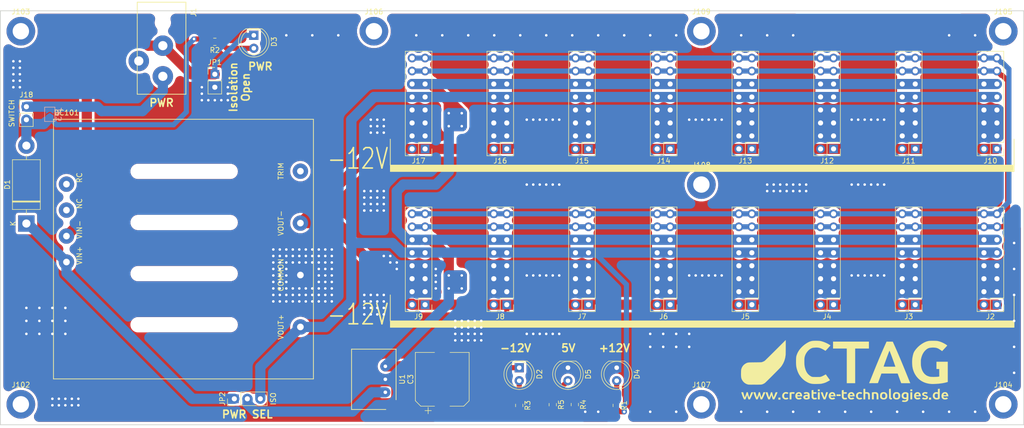
<source format=kicad_pcb>
(kicad_pcb (version 20171130) (host pcbnew "(5.1.4)-1")
  (layers (0 F.Cu signal) (31 B.Cu signal) (35 F.Paste user) (36 B.SilkS user) (37 F.SilkS user) (38 B.Mask user) (39 F.Mask user) (44 Edge.Cuts user))
  (net 0 "")
  (net 1 GND)
  (net 2 +5V)
  (net 3 "Net-(D1-Pad2)")
  (net 4 "Net-(D2-Pad2)")
  (net 5 -12V)
  (net 6 "Net-(D3-Pad2)")
  (net 7 "Net-(D4-Pad2)")
  (net 8 "Net-(D5-Pad2)")
  (net 9 +12V)
  (net 10 "Net-(J1-Pad1)")
  (net 11 /GATE)
  (net 12 /CV)
  (net 13 "Net-(D1-Pad1)")
  (net 14 "Net-(JP2-Pad2)")
  (net 15 "Net-(D3-Pad1)")
  (net 16 "Net-(R4-Pad1)")
  (module specific:ctag-logo (layer F.Cu) (at 215.9984 119.46916)
    (fp_text reference G*** hide)
    (fp_text value ctag-logo hide)
  )
  (module Resistor_SMD:R_0805_2012Metric_Pad1.15x1.40mm_HandSolder (layer F.Cu) (at 158.95 126.072 270)
    (fp_text reference R5 (at 0 -1.65 90) (layer F.SilkS))
    (fp_text value 4k7)
    (pad 2 smd roundrect (at 1.025 0 270) (size 1.15 1.4) (layers F.Cu F.Paste F.Mask) (roundrect_rratio 0.217391) (net 16 "Net-(R4-Pad1)"))
    (pad 1 smd roundrect (at -1.025 0 270) (size 1.15 1.4) (layers F.Cu F.Paste F.Mask) (roundrect_rratio 0.217391) (net 8 "Net-(D5-Pad2)"))
  )
  (module Jumper:SolderJumper-2_P1.3mm_Open_TrianglePad1.0x1.5mm (layer B.Cu) (at 60.652 69.257 90)
    (fp_text reference JP3 (at 0 1.8 90) (layer B.SilkS) (effects (justify mirror)))
    (fp_text value "Solder Jumper")
    (pad 1 smd custom (at -0.725 0 90) (size 0.3 0.3) (layers B.Cu B.Mask) (net 3 "Net-(D1-Pad2)") (options (clearance outline) (anchor rect)) (primitives (gr_poly (pts (xy -0.5 0.75) (xy 0.5 0.75) (xy 1 0) (xy 0.5 -0.75) (xy -0.5 -0.75)) (width 0))))
    (pad 2 smd custom (at 0.725 0 90) (size 0.3 0.3) (layers B.Cu B.Mask) (net 10 "Net-(J1-Pad1)") (options (clearance outline) (anchor rect)) (primitives (gr_poly (pts (xy -0.65 0.75) (xy 0.5 0.75) (xy 0.5 -0.75) (xy -0.65 -0.75) (xy -0.15 0)) (width 0))))
  )
  (module Connector_PinHeader_2.54mm:PinHeader_1x02_P2.54mm_Vertical (layer F.Cu) (at 56.08 67.77)
    (fp_text reference J18 (at 0 -2.33) (layer F.SilkS))
    (fp_text value "Power Switch Option")
    (pad 2 thru_hole oval (at 0 2.54) (size 1.7 1.7) (drill 1) (layers *.Cu *.Mask) (net 3 "Net-(D1-Pad2)"))
    (pad 1 thru_hole rect (at 0 0) (size 1.7 1.7) (drill 1) (layers *.Cu *.Mask) (net 10 "Net-(J1-Pad1)"))
  )
  (module Connector_PinHeader_2.54mm:PinHeader_1x03_P2.54mm_Vertical (layer F.Cu) (at 96.72 124.92 90)
    (fp_text reference JP2 (at 0 -2.33 90) (layer F.SilkS))
    (fp_text value PWR_SEL)
    (pad 3 thru_hole oval (at 0 5.08 90) (size 1.7 1.7) (drill 1) (layers *.Cu *.Mask) (net 9 +12V))
    (pad 2 thru_hole oval (at 0 2.54 90) (size 1.7 1.7) (drill 1) (layers *.Cu *.Mask) (net 14 "Net-(JP2-Pad2)"))
    (pad 1 thru_hole rect (at 0 0 90) (size 1.7 1.7) (drill 1) (layers *.Cu *.Mask) (net 13 "Net-(D1-Pad1)"))
  )
  (module Connector_PinHeader_2.54mm:PinHeader_1x02_P2.54mm_Vertical (layer F.Cu) (at 92.91 61.42)
    (fp_text reference JP1 (at 0 -2.33) (layer F.SilkS))
    (fp_text value Isolation)
    (pad 2 thru_hole oval (at 0 2.54) (size 1.7 1.7) (drill 1) (layers *.Cu *.Mask) (net 1 GND))
    (pad 1 thru_hole rect (at 0 0) (size 1.7 1.7) (drill 1) (layers *.Cu *.Mask) (net 15 "Net-(D3-Pad1)"))
  )
  (module connectors:PJ-059A (layer F.Cu) (at 82.75 61.8264 270)
    (fp_text reference J1 (at -12.5 -6 270) (layer F.SilkS))
    (fp_text value Barrel_Jack)
    (pad 1 thru_hole circle (at 0 0 270) (size 4 4) (drill 1.8) (layers *.Cu *.Mask) (net 10 "Net-(J1-Pad1)"))
    (pad 2 thru_hole circle (at -6 0 270) (size 4 4) (drill 1.8) (layers *.Cu *.Mask) (net 15 "Net-(D3-Pad1)"))
    (pad 3 thru_hole circle (at -3 4.7 270) (size 4 4) (drill 1.8) (layers *.Cu *.Mask))
    (pad "" np_thru_hole circle (at -10.5 0 270) (size 2.2 2.2) (drill 2.2) (layers *.Cu *.Mask))
  )
  (module Resistor_SMD:R_0805_2012Metric_Pad1.15x1.40mm_HandSolder (layer F.Cu) (at 163.268 126.054 270)
    (fp_text reference R4 (at 0 -1.65 270) (layer F.SilkS))
    (fp_text value 4k7)
    (pad 2 smd roundrect (at 1.025 0 270) (size 1.15 1.4) (layers F.Cu F.Paste F.Mask) (roundrect_rratio 0.217391) (net 2 +5V))
    (pad 1 smd roundrect (at -1.025 0 270) (size 1.15 1.4) (layers F.Cu F.Paste F.Mask) (roundrect_rratio 0.217391) (net 16 "Net-(R4-Pad1)"))
  )
  (module Resistor_SMD:R_0805_2012Metric_Pad1.15x1.40mm_HandSolder (layer F.Cu) (at 152.4 126.22 270)
    (fp_text reference R3 (at 0 -1.65 270) (layer F.SilkS))
    (fp_text value 4k7)
    (pad 2 smd roundrect (at 1.025 0 270) (size 1.15 1.4) (layers F.Cu F.Paste F.Mask) (roundrect_rratio 0.217391) (net 1 GND))
    (pad 1 smd roundrect (at -1.025 0 270) (size 1.15 1.4) (layers F.Cu F.Paste F.Mask) (roundrect_rratio 0.217391) (net 4 "Net-(D2-Pad2)"))
  )
  (module Resistor_SMD:R_0805_2012Metric_Pad1.15x1.40mm_HandSolder (layer F.Cu) (at 92.91 55.07 180)
    (fp_text reference R2 (at 0 -1.65 180) (layer F.SilkS))
    (fp_text value 4k7)
    (pad 2 smd roundrect (at 1.025 0 180) (size 1.15 1.4) (layers F.Cu F.Paste F.Mask) (roundrect_rratio 0.217391) (net 3 "Net-(D1-Pad2)"))
    (pad 1 smd roundrect (at -1.025 0 180) (size 1.15 1.4) (layers F.Cu F.Paste F.Mask) (roundrect_rratio 0.217391) (net 6 "Net-(D3-Pad2)"))
  )
  (module Resistor_SMD:R_0805_2012Metric_Pad1.15x1.40mm_HandSolder (layer F.Cu) (at 171.45 126.22 90)
    (fp_text reference R1 (at 0 1.47 90) (layer F.SilkS))
    (fp_text value 4k7)
    (pad 2 smd roundrect (at 1.025 0 90) (size 1.15 1.4) (layers F.Cu F.Paste F.Mask) (roundrect_rratio 0.217391) (net 7 "Net-(D4-Pad2)"))
    (pad 1 smd roundrect (at -1.025 0 90) (size 1.15 1.4) (layers F.Cu F.Paste F.Mask) (roundrect_rratio 0.217391) (net 9 +12V))
  )
  (module dcdc:DKA30A-12 (layer F.Cu) (at 63.9156 82.9268 270)
    (fp_text reference DC101 (at -13.97 0) (layer F.SilkS))
    (fp_text value DKA30A-12)
    (fp_text user RC (at -1.27 -2.54 270) (layer F.SilkS))
    (fp_text user NC (at 3.81 -2.54 270) (layer F.SilkS))
    (fp_text user VIN- (at 8.89 -2.54 270) (layer F.SilkS))
    (fp_text user VIN+ (at 13.97 -2.54 270) (layer F.SilkS))
    (fp_text user VOUT+ (at 27.94 -41.91 270) (layer F.SilkS))
    (fp_text user COMMON (at 17.78 -41.91 270) (layer F.SilkS))
    (fp_text user VOUT- (at 7.62 -41.91 270) (layer F.SilkS))
    (fp_text user TRIM (at -2.54 -41.91 270) (layer F.SilkS))
    (pad 1 thru_hole circle (at 0 0 270) (size 3 3) (drill 1.3) (layers *.Cu *.Mask))
    (pad 2 thru_hole circle (at 5.08 0 270) (size 3 3) (drill 1.3) (layers *.Cu *.Mask))
    (pad 3 thru_hole circle (at 10.16 0 270) (size 3 3) (drill 1.3) (layers *.Cu *.Mask) (net 15 "Net-(D3-Pad1)"))
    (pad 4 thru_hole circle (at 15.24 0 270) (size 3 3) (drill 1.3) (layers *.Cu *.Mask) (net 13 "Net-(D1-Pad1)"))
    (pad 5 thru_hole circle (at 27.94 -45.72 270) (size 3 3) (drill 1.3) (layers *.Cu *.Mask) (net 9 +12V))
    (pad 6 thru_hole circle (at 17.78 -45.72 270) (size 3 3) (drill 1.3) (layers *.Cu *.Mask) (net 1 GND))
    (pad 7 thru_hole circle (at 7.62 -45.72 270) (size 3 3) (drill 1.3) (layers *.Cu *.Mask) (net 5 -12V))
    (pad 8 thru_hole circle (at -2.54 -45.72 270) (size 3 3) (drill 1.3) (layers *.Cu *.Mask))
    (pad "" np_thru_hole oval (at -2.5 -23 270) (size 2 20) (drill oval 2 20) (layers *.Cu *.Mask))
    (pad "" np_thru_hole oval (at 7.5 -23 270) (size 2 20) (drill oval 2 20) (layers *.Cu *.Mask))
    (pad "" np_thru_hole oval (at 17.5 -23 270) (size 2 20) (drill oval 2 20) (layers *.Cu *.Mask))
    (pad "" np_thru_hole oval (at 27.5 -23 270) (size 2 20) (drill oval 2 20) (layers *.Cu *.Mask))
  )
  (module Package_SIP:SIP3_11.6x8.5mm (layer F.Cu) (at 126.2348 123.65 90)
    (fp_text reference U1 (at 2.54 3.3 270) (layer F.SilkS))
    (fp_text value R-78E5.0-1.0)
    (pad 2 thru_hole circle (at 2.54 0 270) (size 1.3 1.3) (drill 0.7) (layers *.Cu *.Mask) (net 1 GND))
    (pad 1 thru_hole rect (at 0 0) (size 1.3 1.3) (drill 0.7) (layers *.Cu *.Mask) (net 14 "Net-(JP2-Pad2)"))
    (pad 3 thru_hole circle (at 5.08 0) (size 1.3 1.3) (drill 0.7) (layers *.Cu *.Mask) (net 2 +5V))
  )
  (module Capacitor_SMD:CP_Elec_10x10 (layer F.Cu) (at 137.36 121.11 90)
    (fp_text reference C3 (at 0 -6.2 90) (layer F.SilkS))
    (fp_text value 22u)
    (pad 2 smd roundrect (at 4 0 90) (size 4 2.5) (layers F.Cu F.Paste F.Mask) (roundrect_rratio 0.1) (net 1 GND))
    (pad 1 smd roundrect (at -4 0 90) (size 4 2.5) (layers F.Cu F.Paste F.Mask) (roundrect_rratio 0.1) (net 2 +5V))
  )
  (module Connector_PinHeader_2.54mm:PinHeader_2x08_P2.54mm_Vertical (layer F.Cu) (at 245.762037 76.029244 180)
    (fp_text reference J10 (at 1.27 -2.33 180) (layer F.SilkS))
    (fp_text value ~)
    (pad 1 thru_hole rect (at 0 0 180) (size 1.7 1.7) (drill 1) (layers *.Cu *.Mask) (net 5 -12V))
    (pad 2 thru_hole oval (at 2.54 0 180) (size 1.7 1.7) (drill 1) (layers *.Cu *.Mask) (net 5 -12V))
    (pad 3 thru_hole oval (at 0 2.54 180) (size 1.7 1.7) (drill 1) (layers *.Cu *.Mask) (net 1 GND))
    (pad 4 thru_hole oval (at 2.54 2.54 180) (size 1.7 1.7) (drill 1) (layers *.Cu *.Mask) (net 1 GND))
    (pad 5 thru_hole oval (at 0 5.08 180) (size 1.7 1.7) (drill 1) (layers *.Cu *.Mask) (net 1 GND))
    (pad 6 thru_hole oval (at 2.54 5.08 180) (size 1.7 1.7) (drill 1) (layers *.Cu *.Mask) (net 1 GND))
    (pad 7 thru_hole oval (at 0 7.62 180) (size 1.7 1.7) (drill 1) (layers *.Cu *.Mask) (net 1 GND))
    (pad 8 thru_hole oval (at 2.54 7.62 180) (size 1.7 1.7) (drill 1) (layers *.Cu *.Mask) (net 1 GND))
    (pad 9 thru_hole oval (at 0 10.16 180) (size 1.7 1.7) (drill 1) (layers *.Cu *.Mask) (net 9 +12V))
    (pad 10 thru_hole oval (at 2.54 10.16 180) (size 1.7 1.7) (drill 1) (layers *.Cu *.Mask) (net 9 +12V))
    (pad 11 thru_hole oval (at 0 12.7 180) (size 1.7 1.7) (drill 1) (layers *.Cu *.Mask) (net 2 +5V))
    (pad 12 thru_hole oval (at 2.54 12.7 180) (size 1.7 1.7) (drill 1) (layers *.Cu *.Mask) (net 2 +5V))
    (pad 13 thru_hole oval (at 0 15.24 180) (size 1.7 1.7) (drill 1) (layers *.Cu *.Mask) (net 12 /CV))
    (pad 14 thru_hole oval (at 2.54 15.24 180) (size 1.7 1.7) (drill 1) (layers *.Cu *.Mask) (net 12 /CV))
    (pad 15 thru_hole oval (at 0 17.78 180) (size 1.7 1.7) (drill 1) (layers *.Cu *.Mask) (net 11 /GATE))
    (pad 16 thru_hole oval (at 2.54 17.78 180) (size 1.7 1.7) (drill 1) (layers *.Cu *.Mask) (net 11 /GATE))
  )
  (module Diode_THT:D_DO-201AD_P15.24mm_Horizontal (layer F.Cu) (at 56.08 90.63 90)
    (fp_text reference D1 (at 7.62 -3.72 90) (layer F.SilkS))
    (fp_text value "1N5402 ")
    (fp_text user K (at 0 -2.6 90) (layer F.SilkS))
    (pad 1 thru_hole rect (at 0 0 90) (size 3.2 3.2) (drill 1.6) (layers *.Cu *.Mask) (net 13 "Net-(D1-Pad1)"))
    (pad 2 thru_hole oval (at 15.24 0 90) (size 3.2 3.2) (drill 1.6) (layers *.Cu *.Mask) (net 3 "Net-(D1-Pad2)"))
  )
  (module LED_THT:LED_D5.0mm (layer F.Cu) (at 152.4 118.84 270)
    (fp_text reference D2 (at 1.27 -3.96 270) (layer F.SilkS))
    (fp_text value LED)
    (pad 2 thru_hole circle (at 2.54 0 270) (size 1.8 1.8) (drill 0.9) (layers *.Cu *.Mask) (net 4 "Net-(D2-Pad2)"))
    (pad 1 thru_hole rect (at 0 0 270) (size 1.8 1.8) (drill 0.9) (layers *.Cu *.Mask) (net 5 -12V))
  )
  (module LED_THT:LED_D5.0mm (layer F.Cu) (at 100.53 53.8 270)
    (fp_text reference D3 (at 1.27 -3.96 270) (layer F.SilkS))
    (fp_text value LED)
    (pad 1 thru_hole rect (at 0 0 270) (size 1.8 1.8) (drill 0.9) (layers *.Cu *.Mask) (net 15 "Net-(D3-Pad1)"))
    (pad 2 thru_hole circle (at 2.54 0 270) (size 1.8 1.8) (drill 0.9) (layers *.Cu *.Mask) (net 6 "Net-(D3-Pad2)"))
  )
  (module LED_THT:LED_D5.0mm (layer F.Cu) (at 171.45 118.84 270)
    (fp_text reference D4 (at 1.27 -3.96 270) (layer F.SilkS))
    (fp_text value LED)
    (pad 1 thru_hole rect (at 0 0 270) (size 1.8 1.8) (drill 0.9) (layers *.Cu *.Mask) (net 1 GND))
    (pad 2 thru_hole circle (at 2.54 0 270) (size 1.8 1.8) (drill 0.9) (layers *.Cu *.Mask) (net 7 "Net-(D4-Pad2)"))
  )
  (module LED_THT:LED_D5.0mm (layer F.Cu) (at 161.925 118.84 270)
    (fp_text reference D5 (at 1.27 -3.96 270) (layer F.SilkS))
    (fp_text value LED)
    (pad 2 thru_hole circle (at 2.54 0 270) (size 1.8 1.8) (drill 0.9) (layers *.Cu *.Mask) (net 8 "Net-(D5-Pad2)"))
    (pad 1 thru_hole rect (at 0 0 270) (size 1.8 1.8) (drill 0.9) (layers *.Cu *.Mask) (net 1 GND))
  )
  (module Connector_PinHeader_2.54mm:PinHeader_2x08_P2.54mm_Vertical (layer F.Cu) (at 245.762037 106.509244 180)
    (fp_text reference J2 (at 1.27 -2.33 180) (layer F.SilkS))
    (fp_text value ~)
    (pad 16 thru_hole oval (at 2.54 17.78 180) (size 1.7 1.7) (drill 1) (layers *.Cu *.Mask) (net 11 /GATE))
    (pad 15 thru_hole oval (at 0 17.78 180) (size 1.7 1.7) (drill 1) (layers *.Cu *.Mask) (net 11 /GATE))
    (pad 14 thru_hole oval (at 2.54 15.24 180) (size 1.7 1.7) (drill 1) (layers *.Cu *.Mask) (net 12 /CV))
    (pad 13 thru_hole oval (at 0 15.24 180) (size 1.7 1.7) (drill 1) (layers *.Cu *.Mask) (net 12 /CV))
    (pad 12 thru_hole oval (at 2.54 12.7 180) (size 1.7 1.7) (drill 1) (layers *.Cu *.Mask) (net 2 +5V))
    (pad 11 thru_hole oval (at 0 12.7 180) (size 1.7 1.7) (drill 1) (layers *.Cu *.Mask) (net 2 +5V))
    (pad 10 thru_hole oval (at 2.54 10.16 180) (size 1.7 1.7) (drill 1) (layers *.Cu *.Mask) (net 9 +12V))
    (pad 9 thru_hole oval (at 0 10.16 180) (size 1.7 1.7) (drill 1) (layers *.Cu *.Mask) (net 9 +12V))
    (pad 8 thru_hole oval (at 2.54 7.62 180) (size 1.7 1.7) (drill 1) (layers *.Cu *.Mask) (net 1 GND))
    (pad 7 thru_hole oval (at 0 7.62 180) (size 1.7 1.7) (drill 1) (layers *.Cu *.Mask) (net 1 GND))
    (pad 6 thru_hole oval (at 2.54 5.08 180) (size 1.7 1.7) (drill 1) (layers *.Cu *.Mask) (net 1 GND))
    (pad 5 thru_hole oval (at 0 5.08 180) (size 1.7 1.7) (drill 1) (layers *.Cu *.Mask) (net 1 GND))
    (pad 4 thru_hole oval (at 2.54 2.54 180) (size 1.7 1.7) (drill 1) (layers *.Cu *.Mask) (net 1 GND))
    (pad 3 thru_hole oval (at 0 2.54 180) (size 1.7 1.7) (drill 1) (layers *.Cu *.Mask) (net 1 GND))
    (pad 2 thru_hole oval (at 2.54 0 180) (size 1.7 1.7) (drill 1) (layers *.Cu *.Mask) (net 5 -12V))
    (pad 1 thru_hole rect (at 0 0 180) (size 1.7 1.7) (drill 1) (layers *.Cu *.Mask) (net 5 -12V))
  )
  (module Connector_PinHeader_2.54mm:PinHeader_2x08_P2.54mm_Vertical (layer F.Cu) (at 229.796321 106.509244 180)
    (fp_text reference J3 (at 1.27 -2.33 180) (layer F.SilkS))
    (fp_text value ~)
    (pad 1 thru_hole rect (at 0 0 180) (size 1.7 1.7) (drill 1) (layers *.Cu *.Mask) (net 5 -12V))
    (pad 2 thru_hole oval (at 2.54 0 180) (size 1.7 1.7) (drill 1) (layers *.Cu *.Mask) (net 5 -12V))
    (pad 3 thru_hole oval (at 0 2.54 180) (size 1.7 1.7) (drill 1) (layers *.Cu *.Mask) (net 1 GND))
    (pad 4 thru_hole oval (at 2.54 2.54 180) (size 1.7 1.7) (drill 1) (layers *.Cu *.Mask) (net 1 GND))
    (pad 5 thru_hole oval (at 0 5.08 180) (size 1.7 1.7) (drill 1) (layers *.Cu *.Mask) (net 1 GND))
    (pad 6 thru_hole oval (at 2.54 5.08 180) (size 1.7 1.7) (drill 1) (layers *.Cu *.Mask) (net 1 GND))
    (pad 7 thru_hole oval (at 0 7.62 180) (size 1.7 1.7) (drill 1) (layers *.Cu *.Mask) (net 1 GND))
    (pad 8 thru_hole oval (at 2.54 7.62 180) (size 1.7 1.7) (drill 1) (layers *.Cu *.Mask) (net 1 GND))
    (pad 9 thru_hole oval (at 0 10.16 180) (size 1.7 1.7) (drill 1) (layers *.Cu *.Mask) (net 9 +12V))
    (pad 10 thru_hole oval (at 2.54 10.16 180) (size 1.7 1.7) (drill 1) (layers *.Cu *.Mask) (net 9 +12V))
    (pad 11 thru_hole oval (at 0 12.7 180) (size 1.7 1.7) (drill 1) (layers *.Cu *.Mask) (net 2 +5V))
    (pad 12 thru_hole oval (at 2.54 12.7 180) (size 1.7 1.7) (drill 1) (layers *.Cu *.Mask) (net 2 +5V))
    (pad 13 thru_hole oval (at 0 15.24 180) (size 1.7 1.7) (drill 1) (layers *.Cu *.Mask) (net 12 /CV))
    (pad 14 thru_hole oval (at 2.54 15.24 180) (size 1.7 1.7) (drill 1) (layers *.Cu *.Mask) (net 12 /CV))
    (pad 15 thru_hole oval (at 0 17.78 180) (size 1.7 1.7) (drill 1) (layers *.Cu *.Mask) (net 11 /GATE))
    (pad 16 thru_hole oval (at 2.54 17.78 180) (size 1.7 1.7) (drill 1) (layers *.Cu *.Mask) (net 11 /GATE))
  )
  (module Connector_PinHeader_2.54mm:PinHeader_2x08_P2.54mm_Vertical (layer F.Cu) (at 213.830607 106.509244 180)
    (fp_text reference J4 (at 1.27 -2.33 180) (layer F.SilkS))
    (fp_text value ~)
    (pad 1 thru_hole rect (at 0 0 180) (size 1.7 1.7) (drill 1) (layers *.Cu *.Mask) (net 5 -12V))
    (pad 2 thru_hole oval (at 2.54 0 180) (size 1.7 1.7) (drill 1) (layers *.Cu *.Mask) (net 5 -12V))
    (pad 3 thru_hole oval (at 0 2.54 180) (size 1.7 1.7) (drill 1) (layers *.Cu *.Mask) (net 1 GND))
    (pad 4 thru_hole oval (at 2.54 2.54 180) (size 1.7 1.7) (drill 1) (layers *.Cu *.Mask) (net 1 GND))
    (pad 5 thru_hole oval (at 0 5.08 180) (size 1.7 1.7) (drill 1) (layers *.Cu *.Mask) (net 1 GND))
    (pad 6 thru_hole oval (at 2.54 5.08 180) (size 1.7 1.7) (drill 1) (layers *.Cu *.Mask) (net 1 GND))
    (pad 7 thru_hole oval (at 0 7.62 180) (size 1.7 1.7) (drill 1) (layers *.Cu *.Mask) (net 1 GND))
    (pad 8 thru_hole oval (at 2.54 7.62 180) (size 1.7 1.7) (drill 1) (layers *.Cu *.Mask) (net 1 GND))
    (pad 9 thru_hole oval (at 0 10.16 180) (size 1.7 1.7) (drill 1) (layers *.Cu *.Mask) (net 9 +12V))
    (pad 10 thru_hole oval (at 2.54 10.16 180) (size 1.7 1.7) (drill 1) (layers *.Cu *.Mask) (net 9 +12V))
    (pad 11 thru_hole oval (at 0 12.7 180) (size 1.7 1.7) (drill 1) (layers *.Cu *.Mask) (net 2 +5V))
    (pad 12 thru_hole oval (at 2.54 12.7 180) (size 1.7 1.7) (drill 1) (layers *.Cu *.Mask) (net 2 +5V))
    (pad 13 thru_hole oval (at 0 15.24 180) (size 1.7 1.7) (drill 1) (layers *.Cu *.Mask) (net 12 /CV))
    (pad 14 thru_hole oval (at 2.54 15.24 180) (size 1.7 1.7) (drill 1) (layers *.Cu *.Mask) (net 12 /CV))
    (pad 15 thru_hole oval (at 0 17.78 180) (size 1.7 1.7) (drill 1) (layers *.Cu *.Mask) (net 11 /GATE))
    (pad 16 thru_hole oval (at 2.54 17.78 180) (size 1.7 1.7) (drill 1) (layers *.Cu *.Mask) (net 11 /GATE))
  )
  (module Connector_PinHeader_2.54mm:PinHeader_2x08_P2.54mm_Vertical (layer F.Cu) (at 197.864893 106.509244 180)
    (fp_text reference J5 (at 1.27 -2.33 180) (layer F.SilkS))
    (fp_text value ~)
    (pad 16 thru_hole oval (at 2.54 17.78 180) (size 1.7 1.7) (drill 1) (layers *.Cu *.Mask) (net 11 /GATE))
    (pad 15 thru_hole oval (at 0 17.78 180) (size 1.7 1.7) (drill 1) (layers *.Cu *.Mask) (net 11 /GATE))
    (pad 14 thru_hole oval (at 2.54 15.24 180) (size 1.7 1.7) (drill 1) (layers *.Cu *.Mask) (net 12 /CV))
    (pad 13 thru_hole oval (at 0 15.24 180) (size 1.7 1.7) (drill 1) (layers *.Cu *.Mask) (net 12 /CV))
    (pad 12 thru_hole oval (at 2.54 12.7 180) (size 1.7 1.7) (drill 1) (layers *.Cu *.Mask) (net 2 +5V))
    (pad 11 thru_hole oval (at 0 12.7 180) (size 1.7 1.7) (drill 1) (layers *.Cu *.Mask) (net 2 +5V))
    (pad 10 thru_hole oval (at 2.54 10.16 180) (size 1.7 1.7) (drill 1) (layers *.Cu *.Mask) (net 9 +12V))
    (pad 9 thru_hole oval (at 0 10.16 180) (size 1.7 1.7) (drill 1) (layers *.Cu *.Mask) (net 9 +12V))
    (pad 8 thru_hole oval (at 2.54 7.62 180) (size 1.7 1.7) (drill 1) (layers *.Cu *.Mask) (net 1 GND))
    (pad 7 thru_hole oval (at 0 7.62 180) (size 1.7 1.7) (drill 1) (layers *.Cu *.Mask) (net 1 GND))
    (pad 6 thru_hole oval (at 2.54 5.08 180) (size 1.7 1.7) (drill 1) (layers *.Cu *.Mask) (net 1 GND))
    (pad 5 thru_hole oval (at 0 5.08 180) (size 1.7 1.7) (drill 1) (layers *.Cu *.Mask) (net 1 GND))
    (pad 4 thru_hole oval (at 2.54 2.54 180) (size 1.7 1.7) (drill 1) (layers *.Cu *.Mask) (net 1 GND))
    (pad 3 thru_hole oval (at 0 2.54 180) (size 1.7 1.7) (drill 1) (layers *.Cu *.Mask) (net 1 GND))
    (pad 2 thru_hole oval (at 2.54 0 180) (size 1.7 1.7) (drill 1) (layers *.Cu *.Mask) (net 5 -12V))
    (pad 1 thru_hole rect (at 0 0 180) (size 1.7 1.7) (drill 1) (layers *.Cu *.Mask) (net 5 -12V))
  )
  (module Connector_PinHeader_2.54mm:PinHeader_2x08_P2.54mm_Vertical (layer F.Cu) (at 181.899179 106.509244 180)
    (fp_text reference J6 (at 1.27 -2.33 180) (layer F.SilkS))
    (fp_text value ~)
    (pad 1 thru_hole rect (at 0 0 180) (size 1.7 1.7) (drill 1) (layers *.Cu *.Mask) (net 5 -12V))
    (pad 2 thru_hole oval (at 2.54 0 180) (size 1.7 1.7) (drill 1) (layers *.Cu *.Mask) (net 5 -12V))
    (pad 3 thru_hole oval (at 0 2.54 180) (size 1.7 1.7) (drill 1) (layers *.Cu *.Mask) (net 1 GND))
    (pad 4 thru_hole oval (at 2.54 2.54 180) (size 1.7 1.7) (drill 1) (layers *.Cu *.Mask) (net 1 GND))
    (pad 5 thru_hole oval (at 0 5.08 180) (size 1.7 1.7) (drill 1) (layers *.Cu *.Mask) (net 1 GND))
    (pad 6 thru_hole oval (at 2.54 5.08 180) (size 1.7 1.7) (drill 1) (layers *.Cu *.Mask) (net 1 GND))
    (pad 7 thru_hole oval (at 0 7.62 180) (size 1.7 1.7) (drill 1) (layers *.Cu *.Mask) (net 1 GND))
    (pad 8 thru_hole oval (at 2.54 7.62 180) (size 1.7 1.7) (drill 1) (layers *.Cu *.Mask) (net 1 GND))
    (pad 9 thru_hole oval (at 0 10.16 180) (size 1.7 1.7) (drill 1) (layers *.Cu *.Mask) (net 9 +12V))
    (pad 10 thru_hole oval (at 2.54 10.16 180) (size 1.7 1.7) (drill 1) (layers *.Cu *.Mask) (net 9 +12V))
    (pad 11 thru_hole oval (at 0 12.7 180) (size 1.7 1.7) (drill 1) (layers *.Cu *.Mask) (net 2 +5V))
    (pad 12 thru_hole oval (at 2.54 12.7 180) (size 1.7 1.7) (drill 1) (layers *.Cu *.Mask) (net 2 +5V))
    (pad 13 thru_hole oval (at 0 15.24 180) (size 1.7 1.7) (drill 1) (layers *.Cu *.Mask) (net 12 /CV))
    (pad 14 thru_hole oval (at 2.54 15.24 180) (size 1.7 1.7) (drill 1) (layers *.Cu *.Mask) (net 12 /CV))
    (pad 15 thru_hole oval (at 0 17.78 180) (size 1.7 1.7) (drill 1) (layers *.Cu *.Mask) (net 11 /GATE))
    (pad 16 thru_hole oval (at 2.54 17.78 180) (size 1.7 1.7) (drill 1) (layers *.Cu *.Mask) (net 11 /GATE))
  )
  (module Connector_PinHeader_2.54mm:PinHeader_2x08_P2.54mm_Vertical (layer F.Cu) (at 165.933465 106.509244 180)
    (fp_text reference J7 (at 1.27 -2.33 180) (layer F.SilkS))
    (fp_text value ~)
    (pad 1 thru_hole rect (at 0 0 180) (size 1.7 1.7) (drill 1) (layers *.Cu *.Mask) (net 5 -12V))
    (pad 2 thru_hole oval (at 2.54 0 180) (size 1.7 1.7) (drill 1) (layers *.Cu *.Mask) (net 5 -12V))
    (pad 3 thru_hole oval (at 0 2.54 180) (size 1.7 1.7) (drill 1) (layers *.Cu *.Mask) (net 1 GND))
    (pad 4 thru_hole oval (at 2.54 2.54 180) (size 1.7 1.7) (drill 1) (layers *.Cu *.Mask) (net 1 GND))
    (pad 5 thru_hole oval (at 0 5.08 180) (size 1.7 1.7) (drill 1) (layers *.Cu *.Mask) (net 1 GND))
    (pad 6 thru_hole oval (at 2.54 5.08 180) (size 1.7 1.7) (drill 1) (layers *.Cu *.Mask) (net 1 GND))
    (pad 7 thru_hole oval (at 0 7.62 180) (size 1.7 1.7) (drill 1) (layers *.Cu *.Mask) (net 1 GND))
    (pad 8 thru_hole oval (at 2.54 7.62 180) (size 1.7 1.7) (drill 1) (layers *.Cu *.Mask) (net 1 GND))
    (pad 9 thru_hole oval (at 0 10.16 180) (size 1.7 1.7) (drill 1) (layers *.Cu *.Mask) (net 9 +12V))
    (pad 10 thru_hole oval (at 2.54 10.16 180) (size 1.7 1.7) (drill 1) (layers *.Cu *.Mask) (net 9 +12V))
    (pad 11 thru_hole oval (at 0 12.7 180) (size 1.7 1.7) (drill 1) (layers *.Cu *.Mask) (net 2 +5V))
    (pad 12 thru_hole oval (at 2.54 12.7 180) (size 1.7 1.7) (drill 1) (layers *.Cu *.Mask) (net 2 +5V))
    (pad 13 thru_hole oval (at 0 15.24 180) (size 1.7 1.7) (drill 1) (layers *.Cu *.Mask) (net 12 /CV))
    (pad 14 thru_hole oval (at 2.54 15.24 180) (size 1.7 1.7) (drill 1) (layers *.Cu *.Mask) (net 12 /CV))
    (pad 15 thru_hole oval (at 0 17.78 180) (size 1.7 1.7) (drill 1) (layers *.Cu *.Mask) (net 11 /GATE))
    (pad 16 thru_hole oval (at 2.54 17.78 180) (size 1.7 1.7) (drill 1) (layers *.Cu *.Mask) (net 11 /GATE))
  )
  (module Connector_PinHeader_2.54mm:PinHeader_2x08_P2.54mm_Vertical (layer F.Cu) (at 149.967751 106.509244 180)
    (fp_text reference J8 (at 1.27 -2.33 180) (layer F.SilkS))
    (fp_text value ~)
    (pad 16 thru_hole oval (at 2.54 17.78 180) (size 1.7 1.7) (drill 1) (layers *.Cu *.Mask) (net 11 /GATE))
    (pad 15 thru_hole oval (at 0 17.78 180) (size 1.7 1.7) (drill 1) (layers *.Cu *.Mask) (net 11 /GATE))
    (pad 14 thru_hole oval (at 2.54 15.24 180) (size 1.7 1.7) (drill 1) (layers *.Cu *.Mask) (net 12 /CV))
    (pad 13 thru_hole oval (at 0 15.24 180) (size 1.7 1.7) (drill 1) (layers *.Cu *.Mask) (net 12 /CV))
    (pad 12 thru_hole oval (at 2.54 12.7 180) (size 1.7 1.7) (drill 1) (layers *.Cu *.Mask) (net 2 +5V))
    (pad 11 thru_hole oval (at 0 12.7 180) (size 1.7 1.7) (drill 1) (layers *.Cu *.Mask) (net 2 +5V))
    (pad 10 thru_hole oval (at 2.54 10.16 180) (size 1.7 1.7) (drill 1) (layers *.Cu *.Mask) (net 9 +12V))
    (pad 9 thru_hole oval (at 0 10.16 180) (size 1.7 1.7) (drill 1) (layers *.Cu *.Mask) (net 9 +12V))
    (pad 8 thru_hole oval (at 2.54 7.62 180) (size 1.7 1.7) (drill 1) (layers *.Cu *.Mask) (net 1 GND))
    (pad 7 thru_hole oval (at 0 7.62 180) (size 1.7 1.7) (drill 1) (layers *.Cu *.Mask) (net 1 GND))
    (pad 6 thru_hole oval (at 2.54 5.08 180) (size 1.7 1.7) (drill 1) (layers *.Cu *.Mask) (net 1 GND))
    (pad 5 thru_hole oval (at 0 5.08 180) (size 1.7 1.7) (drill 1) (layers *.Cu *.Mask) (net 1 GND))
    (pad 4 thru_hole oval (at 2.54 2.54 180) (size 1.7 1.7) (drill 1) (layers *.Cu *.Mask) (net 1 GND))
    (pad 3 thru_hole oval (at 0 2.54 180) (size 1.7 1.7) (drill 1) (layers *.Cu *.Mask) (net 1 GND))
    (pad 2 thru_hole oval (at 2.54 0 180) (size 1.7 1.7) (drill 1) (layers *.Cu *.Mask) (net 5 -12V))
    (pad 1 thru_hole rect (at 0 0 180) (size 1.7 1.7) (drill 1) (layers *.Cu *.Mask) (net 5 -12V))
  )
  (module Connector_PinHeader_2.54mm:PinHeader_2x08_P2.54mm_Vertical (layer F.Cu) (at 134.002037 106.509244 180)
    (fp_text reference J9 (at 1.27 -2.33 180) (layer F.SilkS))
    (fp_text value ~)
    (pad 16 thru_hole oval (at 2.54 17.78 180) (size 1.7 1.7) (drill 1) (layers *.Cu *.Mask) (net 11 /GATE))
    (pad 15 thru_hole oval (at 0 17.78 180) (size 1.7 1.7) (drill 1) (layers *.Cu *.Mask) (net 11 /GATE))
    (pad 14 thru_hole oval (at 2.54 15.24 180) (size 1.7 1.7) (drill 1) (layers *.Cu *.Mask) (net 12 /CV))
    (pad 13 thru_hole oval (at 0 15.24 180) (size 1.7 1.7) (drill 1) (layers *.Cu *.Mask) (net 12 /CV))
    (pad 12 thru_hole oval (at 2.54 12.7 180) (size 1.7 1.7) (drill 1) (layers *.Cu *.Mask) (net 2 +5V))
    (pad 11 thru_hole oval (at 0 12.7 180) (size 1.7 1.7) (drill 1) (layers *.Cu *.Mask) (net 2 +5V))
    (pad 10 thru_hole oval (at 2.54 10.16 180) (size 1.7 1.7) (drill 1) (layers *.Cu *.Mask) (net 9 +12V))
    (pad 9 thru_hole oval (at 0 10.16 180) (size 1.7 1.7) (drill 1) (layers *.Cu *.Mask) (net 9 +12V))
    (pad 8 thru_hole oval (at 2.54 7.62 180) (size 1.7 1.7) (drill 1) (layers *.Cu *.Mask) (net 1 GND))
    (pad 7 thru_hole oval (at 0 7.62 180) (size 1.7 1.7) (drill 1) (layers *.Cu *.Mask) (net 1 GND))
    (pad 6 thru_hole oval (at 2.54 5.08 180) (size 1.7 1.7) (drill 1) (layers *.Cu *.Mask) (net 1 GND))
    (pad 5 thru_hole oval (at 0 5.08 180) (size 1.7 1.7) (drill 1) (layers *.Cu *.Mask) (net 1 GND))
    (pad 4 thru_hole oval (at 2.54 2.54 180) (size 1.7 1.7) (drill 1) (layers *.Cu *.Mask) (net 1 GND))
    (pad 3 thru_hole oval (at 0 2.54 180) (size 1.7 1.7) (drill 1) (layers *.Cu *.Mask) (net 1 GND))
    (pad 2 thru_hole oval (at 2.54 0 180) (size 1.7 1.7) (drill 1) (layers *.Cu *.Mask) (net 5 -12V))
    (pad 1 thru_hole rect (at 0 0 180) (size 1.7 1.7) (drill 1) (layers *.Cu *.Mask) (net 5 -12V))
  )
  (module Connector_PinHeader_2.54mm:PinHeader_2x08_P2.54mm_Vertical (layer F.Cu) (at 229.796321 76.029244 180)
    (fp_text reference J11 (at 1.27 -2.33 180) (layer F.SilkS))
    (fp_text value ~)
    (pad 1 thru_hole rect (at 0 0 180) (size 1.7 1.7) (drill 1) (layers *.Cu *.Mask) (net 5 -12V))
    (pad 2 thru_hole oval (at 2.54 0 180) (size 1.7 1.7) (drill 1) (layers *.Cu *.Mask) (net 5 -12V))
    (pad 3 thru_hole oval (at 0 2.54 180) (size 1.7 1.7) (drill 1) (layers *.Cu *.Mask) (net 1 GND))
    (pad 4 thru_hole oval (at 2.54 2.54 180) (size 1.7 1.7) (drill 1) (layers *.Cu *.Mask) (net 1 GND))
    (pad 5 thru_hole oval (at 0 5.08 180) (size 1.7 1.7) (drill 1) (layers *.Cu *.Mask) (net 1 GND))
    (pad 6 thru_hole oval (at 2.54 5.08 180) (size 1.7 1.7) (drill 1) (layers *.Cu *.Mask) (net 1 GND))
    (pad 7 thru_hole oval (at 0 7.62 180) (size 1.7 1.7) (drill 1) (layers *.Cu *.Mask) (net 1 GND))
    (pad 8 thru_hole oval (at 2.54 7.62 180) (size 1.7 1.7) (drill 1) (layers *.Cu *.Mask) (net 1 GND))
    (pad 9 thru_hole oval (at 0 10.16 180) (size 1.7 1.7) (drill 1) (layers *.Cu *.Mask) (net 9 +12V))
    (pad 10 thru_hole oval (at 2.54 10.16 180) (size 1.7 1.7) (drill 1) (layers *.Cu *.Mask) (net 9 +12V))
    (pad 11 thru_hole oval (at 0 12.7 180) (size 1.7 1.7) (drill 1) (layers *.Cu *.Mask) (net 2 +5V))
    (pad 12 thru_hole oval (at 2.54 12.7 180) (size 1.7 1.7) (drill 1) (layers *.Cu *.Mask) (net 2 +5V))
    (pad 13 thru_hole oval (at 0 15.24 180) (size 1.7 1.7) (drill 1) (layers *.Cu *.Mask) (net 12 /CV))
    (pad 14 thru_hole oval (at 2.54 15.24 180) (size 1.7 1.7) (drill 1) (layers *.Cu *.Mask) (net 12 /CV))
    (pad 15 thru_hole oval (at 0 17.78 180) (size 1.7 1.7) (drill 1) (layers *.Cu *.Mask) (net 11 /GATE))
    (pad 16 thru_hole oval (at 2.54 17.78 180) (size 1.7 1.7) (drill 1) (layers *.Cu *.Mask) (net 11 /GATE))
  )
  (module Connector_PinHeader_2.54mm:PinHeader_2x08_P2.54mm_Vertical (layer F.Cu) (at 213.830607 76.029244 180)
    (fp_text reference J12 (at 1.27 -2.33 180) (layer F.SilkS))
    (fp_text value ~)
    (pad 16 thru_hole oval (at 2.54 17.78 180) (size 1.7 1.7) (drill 1) (layers *.Cu *.Mask) (net 11 /GATE))
    (pad 15 thru_hole oval (at 0 17.78 180) (size 1.7 1.7) (drill 1) (layers *.Cu *.Mask) (net 11 /GATE))
    (pad 14 thru_hole oval (at 2.54 15.24 180) (size 1.7 1.7) (drill 1) (layers *.Cu *.Mask) (net 12 /CV))
    (pad 13 thru_hole oval (at 0 15.24 180) (size 1.7 1.7) (drill 1) (layers *.Cu *.Mask) (net 12 /CV))
    (pad 12 thru_hole oval (at 2.54 12.7 180) (size 1.7 1.7) (drill 1) (layers *.Cu *.Mask) (net 2 +5V))
    (pad 11 thru_hole oval (at 0 12.7 180) (size 1.7 1.7) (drill 1) (layers *.Cu *.Mask) (net 2 +5V))
    (pad 10 thru_hole oval (at 2.54 10.16 180) (size 1.7 1.7) (drill 1) (layers *.Cu *.Mask) (net 9 +12V))
    (pad 9 thru_hole oval (at 0 10.16 180) (size 1.7 1.7) (drill 1) (layers *.Cu *.Mask) (net 9 +12V))
    (pad 8 thru_hole oval (at 2.54 7.62 180) (size 1.7 1.7) (drill 1) (layers *.Cu *.Mask) (net 1 GND))
    (pad 7 thru_hole oval (at 0 7.62 180) (size 1.7 1.7) (drill 1) (layers *.Cu *.Mask) (net 1 GND))
    (pad 6 thru_hole oval (at 2.54 5.08 180) (size 1.7 1.7) (drill 1) (layers *.Cu *.Mask) (net 1 GND))
    (pad 5 thru_hole oval (at 0 5.08 180) (size 1.7 1.7) (drill 1) (layers *.Cu *.Mask) (net 1 GND))
    (pad 4 thru_hole oval (at 2.54 2.54 180) (size 1.7 1.7) (drill 1) (layers *.Cu *.Mask) (net 1 GND))
    (pad 3 thru_hole oval (at 0 2.54 180) (size 1.7 1.7) (drill 1) (layers *.Cu *.Mask) (net 1 GND))
    (pad 2 thru_hole oval (at 2.54 0 180) (size 1.7 1.7) (drill 1) (layers *.Cu *.Mask) (net 5 -12V))
    (pad 1 thru_hole rect (at 0 0 180) (size 1.7 1.7) (drill 1) (layers *.Cu *.Mask) (net 5 -12V))
  )
  (module Connector_PinHeader_2.54mm:PinHeader_2x08_P2.54mm_Vertical (layer F.Cu) (at 197.864893 76.029244 180)
    (fp_text reference J13 (at 1.27 -2.33 180) (layer F.SilkS))
    (fp_text value ~)
    (pad 16 thru_hole oval (at 2.54 17.78 180) (size 1.7 1.7) (drill 1) (layers *.Cu *.Mask) (net 11 /GATE))
    (pad 15 thru_hole oval (at 0 17.78 180) (size 1.7 1.7) (drill 1) (layers *.Cu *.Mask) (net 11 /GATE))
    (pad 14 thru_hole oval (at 2.54 15.24 180) (size 1.7 1.7) (drill 1) (layers *.Cu *.Mask) (net 12 /CV))
    (pad 13 thru_hole oval (at 0 15.24 180) (size 1.7 1.7) (drill 1) (layers *.Cu *.Mask) (net 12 /CV))
    (pad 12 thru_hole oval (at 2.54 12.7 180) (size 1.7 1.7) (drill 1) (layers *.Cu *.Mask) (net 2 +5V))
    (pad 11 thru_hole oval (at 0 12.7 180) (size 1.7 1.7) (drill 1) (layers *.Cu *.Mask) (net 2 +5V))
    (pad 10 thru_hole oval (at 2.54 10.16 180) (size 1.7 1.7) (drill 1) (layers *.Cu *.Mask) (net 9 +12V))
    (pad 9 thru_hole oval (at 0 10.16 180) (size 1.7 1.7) (drill 1) (layers *.Cu *.Mask) (net 9 +12V))
    (pad 8 thru_hole oval (at 2.54 7.62 180) (size 1.7 1.7) (drill 1) (layers *.Cu *.Mask) (net 1 GND))
    (pad 7 thru_hole oval (at 0 7.62 180) (size 1.7 1.7) (drill 1) (layers *.Cu *.Mask) (net 1 GND))
    (pad 6 thru_hole oval (at 2.54 5.08 180) (size 1.7 1.7) (drill 1) (layers *.Cu *.Mask) (net 1 GND))
    (pad 5 thru_hole oval (at 0 5.08 180) (size 1.7 1.7) (drill 1) (layers *.Cu *.Mask) (net 1 GND))
    (pad 4 thru_hole oval (at 2.54 2.54 180) (size 1.7 1.7) (drill 1) (layers *.Cu *.Mask) (net 1 GND))
    (pad 3 thru_hole oval (at 0 2.54 180) (size 1.7 1.7) (drill 1) (layers *.Cu *.Mask) (net 1 GND))
    (pad 2 thru_hole oval (at 2.54 0 180) (size 1.7 1.7) (drill 1) (layers *.Cu *.Mask) (net 5 -12V))
    (pad 1 thru_hole rect (at 0 0 180) (size 1.7 1.7) (drill 1) (layers *.Cu *.Mask) (net 5 -12V))
  )
  (module Connector_PinHeader_2.54mm:PinHeader_2x08_P2.54mm_Vertical (layer F.Cu) (at 181.899179 76.029244 180)
    (fp_text reference J14 (at 1.27 -2.33 180) (layer F.SilkS))
    (fp_text value ~)
    (pad 1 thru_hole rect (at 0 0 180) (size 1.7 1.7) (drill 1) (layers *.Cu *.Mask) (net 5 -12V))
    (pad 2 thru_hole oval (at 2.54 0 180) (size 1.7 1.7) (drill 1) (layers *.Cu *.Mask) (net 5 -12V))
    (pad 3 thru_hole oval (at 0 2.54 180) (size 1.7 1.7) (drill 1) (layers *.Cu *.Mask) (net 1 GND))
    (pad 4 thru_hole oval (at 2.54 2.54 180) (size 1.7 1.7) (drill 1) (layers *.Cu *.Mask) (net 1 GND))
    (pad 5 thru_hole oval (at 0 5.08 180) (size 1.7 1.7) (drill 1) (layers *.Cu *.Mask) (net 1 GND))
    (pad 6 thru_hole oval (at 2.54 5.08 180) (size 1.7 1.7) (drill 1) (layers *.Cu *.Mask) (net 1 GND))
    (pad 7 thru_hole oval (at 0 7.62 180) (size 1.7 1.7) (drill 1) (layers *.Cu *.Mask) (net 1 GND))
    (pad 8 thru_hole oval (at 2.54 7.62 180) (size 1.7 1.7) (drill 1) (layers *.Cu *.Mask) (net 1 GND))
    (pad 9 thru_hole oval (at 0 10.16 180) (size 1.7 1.7) (drill 1) (layers *.Cu *.Mask) (net 9 +12V))
    (pad 10 thru_hole oval (at 2.54 10.16 180) (size 1.7 1.7) (drill 1) (layers *.Cu *.Mask) (net 9 +12V))
    (pad 11 thru_hole oval (at 0 12.7 180) (size 1.7 1.7) (drill 1) (layers *.Cu *.Mask) (net 2 +5V))
    (pad 12 thru_hole oval (at 2.54 12.7 180) (size 1.7 1.7) (drill 1) (layers *.Cu *.Mask) (net 2 +5V))
    (pad 13 thru_hole oval (at 0 15.24 180) (size 1.7 1.7) (drill 1) (layers *.Cu *.Mask) (net 12 /CV))
    (pad 14 thru_hole oval (at 2.54 15.24 180) (size 1.7 1.7) (drill 1) (layers *.Cu *.Mask) (net 12 /CV))
    (pad 15 thru_hole oval (at 0 17.78 180) (size 1.7 1.7) (drill 1) (layers *.Cu *.Mask) (net 11 /GATE))
    (pad 16 thru_hole oval (at 2.54 17.78 180) (size 1.7 1.7) (drill 1) (layers *.Cu *.Mask) (net 11 /GATE))
  )
  (module Connector_PinHeader_2.54mm:PinHeader_2x08_P2.54mm_Vertical (layer F.Cu) (at 165.933465 76.029244 180)
    (fp_text reference J15 (at 1.27 -2.33 180) (layer F.SilkS))
    (fp_text value ~)
    (pad 1 thru_hole rect (at 0 0 180) (size 1.7 1.7) (drill 1) (layers *.Cu *.Mask) (net 5 -12V))
    (pad 2 thru_hole oval (at 2.54 0 180) (size 1.7 1.7) (drill 1) (layers *.Cu *.Mask) (net 5 -12V))
    (pad 3 thru_hole oval (at 0 2.54 180) (size 1.7 1.7) (drill 1) (layers *.Cu *.Mask) (net 1 GND))
    (pad 4 thru_hole oval (at 2.54 2.54 180) (size 1.7 1.7) (drill 1) (layers *.Cu *.Mask) (net 1 GND))
    (pad 5 thru_hole oval (at 0 5.08 180) (size 1.7 1.7) (drill 1) (layers *.Cu *.Mask) (net 1 GND))
    (pad 6 thru_hole oval (at 2.54 5.08 180) (size 1.7 1.7) (drill 1) (layers *.Cu *.Mask) (net 1 GND))
    (pad 7 thru_hole oval (at 0 7.62 180) (size 1.7 1.7) (drill 1) (layers *.Cu *.Mask) (net 1 GND))
    (pad 8 thru_hole oval (at 2.54 7.62 180) (size 1.7 1.7) (drill 1) (layers *.Cu *.Mask) (net 1 GND))
    (pad 9 thru_hole oval (at 0 10.16 180) (size 1.7 1.7) (drill 1) (layers *.Cu *.Mask) (net 9 +12V))
    (pad 10 thru_hole oval (at 2.54 10.16 180) (size 1.7 1.7) (drill 1) (layers *.Cu *.Mask) (net 9 +12V))
    (pad 11 thru_hole oval (at 0 12.7 180) (size 1.7 1.7) (drill 1) (layers *.Cu *.Mask) (net 2 +5V))
    (pad 12 thru_hole oval (at 2.54 12.7 180) (size 1.7 1.7) (drill 1) (layers *.Cu *.Mask) (net 2 +5V))
    (pad 13 thru_hole oval (at 0 15.24 180) (size 1.7 1.7) (drill 1) (layers *.Cu *.Mask) (net 12 /CV))
    (pad 14 thru_hole oval (at 2.54 15.24 180) (size 1.7 1.7) (drill 1) (layers *.Cu *.Mask) (net 12 /CV))
    (pad 15 thru_hole oval (at 0 17.78 180) (size 1.7 1.7) (drill 1) (layers *.Cu *.Mask) (net 11 /GATE))
    (pad 16 thru_hole oval (at 2.54 17.78 180) (size 1.7 1.7) (drill 1) (layers *.Cu *.Mask) (net 11 /GATE))
  )
  (module Connector_PinHeader_2.54mm:PinHeader_2x08_P2.54mm_Vertical (layer F.Cu) (at 149.967751 76.029244 180)
    (fp_text reference J16 (at 1.27 -2.33 180) (layer F.SilkS))
    (fp_text value ~)
    (pad 16 thru_hole oval (at 2.54 17.78 180) (size 1.7 1.7) (drill 1) (layers *.Cu *.Mask) (net 11 /GATE))
    (pad 15 thru_hole oval (at 0 17.78 180) (size 1.7 1.7) (drill 1) (layers *.Cu *.Mask) (net 11 /GATE))
    (pad 14 thru_hole oval (at 2.54 15.24 180) (size 1.7 1.7) (drill 1) (layers *.Cu *.Mask) (net 12 /CV))
    (pad 13 thru_hole oval (at 0 15.24 180) (size 1.7 1.7) (drill 1) (layers *.Cu *.Mask) (net 12 /CV))
    (pad 12 thru_hole oval (at 2.54 12.7 180) (size 1.7 1.7) (drill 1) (layers *.Cu *.Mask) (net 2 +5V))
    (pad 11 thru_hole oval (at 0 12.7 180) (size 1.7 1.7) (drill 1) (layers *.Cu *.Mask) (net 2 +5V))
    (pad 10 thru_hole oval (at 2.54 10.16 180) (size 1.7 1.7) (drill 1) (layers *.Cu *.Mask) (net 9 +12V))
    (pad 9 thru_hole oval (at 0 10.16 180) (size 1.7 1.7) (drill 1) (layers *.Cu *.Mask) (net 9 +12V))
    (pad 8 thru_hole oval (at 2.54 7.62 180) (size 1.7 1.7) (drill 1) (layers *.Cu *.Mask) (net 1 GND))
    (pad 7 thru_hole oval (at 0 7.62 180) (size 1.7 1.7) (drill 1) (layers *.Cu *.Mask) (net 1 GND))
    (pad 6 thru_hole oval (at 2.54 5.08 180) (size 1.7 1.7) (drill 1) (layers *.Cu *.Mask) (net 1 GND))
    (pad 5 thru_hole oval (at 0 5.08 180) (size 1.7 1.7) (drill 1) (layers *.Cu *.Mask) (net 1 GND))
    (pad 4 thru_hole oval (at 2.54 2.54 180) (size 1.7 1.7) (drill 1) (layers *.Cu *.Mask) (net 1 GND))
    (pad 3 thru_hole oval (at 0 2.54 180) (size 1.7 1.7) (drill 1) (layers *.Cu *.Mask) (net 1 GND))
    (pad 2 thru_hole oval (at 2.54 0 180) (size 1.7 1.7) (drill 1) (layers *.Cu *.Mask) (net 5 -12V))
    (pad 1 thru_hole rect (at 0 0 180) (size 1.7 1.7) (drill 1) (layers *.Cu *.Mask) (net 5 -12V))
  )
  (module Connector_PinHeader_2.54mm:PinHeader_2x08_P2.54mm_Vertical (layer F.Cu) (at 134.002037 76.029244 180)
    (fp_text reference J17 (at 1.27 -2.33 180) (layer F.SilkS))
    (fp_text value ~)
    (pad 16 thru_hole oval (at 2.54 17.78 180) (size 1.7 1.7) (drill 1) (layers *.Cu *.Mask) (net 11 /GATE))
    (pad 15 thru_hole oval (at 0 17.78 180) (size 1.7 1.7) (drill 1) (layers *.Cu *.Mask) (net 11 /GATE))
    (pad 14 thru_hole oval (at 2.54 15.24 180) (size 1.7 1.7) (drill 1) (layers *.Cu *.Mask) (net 12 /CV))
    (pad 13 thru_hole oval (at 0 15.24 180) (size 1.7 1.7) (drill 1) (layers *.Cu *.Mask) (net 12 /CV))
    (pad 12 thru_hole oval (at 2.54 12.7 180) (size 1.7 1.7) (drill 1) (layers *.Cu *.Mask) (net 2 +5V))
    (pad 11 thru_hole oval (at 0 12.7 180) (size 1.7 1.7) (drill 1) (layers *.Cu *.Mask) (net 2 +5V))
    (pad 10 thru_hole oval (at 2.54 10.16 180) (size 1.7 1.7) (drill 1) (layers *.Cu *.Mask) (net 9 +12V))
    (pad 9 thru_hole oval (at 0 10.16 180) (size 1.7 1.7) (drill 1) (layers *.Cu *.Mask) (net 9 +12V))
    (pad 8 thru_hole oval (at 2.54 7.62 180) (size 1.7 1.7) (drill 1) (layers *.Cu *.Mask) (net 1 GND))
    (pad 7 thru_hole oval (at 0 7.62 180) (size 1.7 1.7) (drill 1) (layers *.Cu *.Mask) (net 1 GND))
    (pad 6 thru_hole oval (at 2.54 5.08 180) (size 1.7 1.7) (drill 1) (layers *.Cu *.Mask) (net 1 GND))
    (pad 5 thru_hole oval (at 0 5.08 180) (size 1.7 1.7) (drill 1) (layers *.Cu *.Mask) (net 1 GND))
    (pad 4 thru_hole oval (at 2.54 2.54 180) (size 1.7 1.7) (drill 1) (layers *.Cu *.Mask) (net 1 GND))
    (pad 3 thru_hole oval (at 0 2.54 180) (size 1.7 1.7) (drill 1) (layers *.Cu *.Mask) (net 1 GND))
    (pad 2 thru_hole oval (at 2.54 0 180) (size 1.7 1.7) (drill 1) (layers *.Cu *.Mask) (net 5 -12V))
    (pad 1 thru_hole rect (at 0 0 180) (size 1.7 1.7) (drill 1) (layers *.Cu *.Mask) (net 5 -12V))
  )
  (module MountingHole:MountingHole_3.2mm_M3_DIN965_Pad (layer F.Cu) (at 55 126)
    (fp_text reference J102 (at 0 -3.8) (layer F.SilkS))
    (fp_text value ~)
    (pad 1 thru_hole circle (at 0 0) (size 5.6 5.6) (drill 3.2) (layers *.Cu *.Mask))
  )
  (module MountingHole:MountingHole_3.2mm_M3_DIN965_Pad (layer F.Cu) (at 55 53)
    (fp_text reference J103 (at 0 -3.8) (layer F.SilkS))
    (fp_text value ~)
    (pad 1 thru_hole circle (at 0 0) (size 5.6 5.6) (drill 3.2) (layers *.Cu *.Mask))
  )
  (module MountingHole:MountingHole_3.2mm_M3_DIN965_Pad (layer F.Cu) (at 247 126)
    (fp_text reference J104 (at 0 -3.8) (layer F.SilkS))
    (fp_text value ~)
    (pad 1 thru_hole circle (at 0 0) (size 5.6 5.6) (drill 3.2) (layers *.Cu *.Mask))
  )
  (module MountingHole:MountingHole_3.2mm_M3_DIN965_Pad (layer F.Cu) (at 247 53)
    (fp_text reference J105 (at 0 -3.8) (layer F.SilkS))
    (fp_text value ~)
    (pad 1 thru_hole circle (at 0 0) (size 5.6 5.6) (drill 3.2) (layers *.Cu *.Mask))
  )
  (module MountingHole:MountingHole_3.2mm_M3_DIN965_Pad (layer F.Cu) (at 124 53)
    (fp_text reference J106 (at 0 -3.8) (layer F.SilkS))
    (fp_text value ~)
    (pad 1 thru_hole circle (at 0 0) (size 5.6 5.6) (drill 3.2) (layers *.Cu *.Mask))
  )
  (module MountingHole:MountingHole_3.2mm_M3_DIN965_Pad (layer F.Cu) (at 188 126)
    (fp_text reference J107 (at 0 -3.8) (layer F.SilkS))
    (fp_text value ~)
    (pad 1 thru_hole circle (at 0 0) (size 5.6 5.6) (drill 3.2) (layers *.Cu *.Mask))
  )
  (module MountingHole:MountingHole_3.2mm_M3_DIN965_Pad (layer F.Cu) (at 188 83)
    (fp_text reference J108 (at 0 -3.8) (layer F.SilkS))
    (fp_text value ~)
    (pad 1 thru_hole circle (at 0 0) (size 5.6 5.6) (drill 3.2) (layers *.Cu *.Mask))
  )
  (module MountingHole:MountingHole_3.2mm_M3_DIN965_Pad (layer F.Cu) (at 188 53)
    (fp_text reference J109 (at 0 -3.8) (layer F.SilkS))
    (fp_text value ~)
    (pad 1 thru_hole circle (at 0 0) (size 5.6 5.6) (drill 3.2) (layers *.Cu *.Mask))
  )
  (gr_text ISO (at 104.34 124.92 90) (layer F.SilkS) (effects (font (size 1 1))))
  (gr_poly (pts (xy 127.2 109.68) (xy 127.2 110.95) (xy 249.12 110.95) (xy 249.12 109.68)) (layer F.SilkS) (width 0.1))
  (gr_poly (pts (xy 127.2 79.2) (xy 127.2 80.47) (xy 249.12 80.47) (xy 249.12 79.2)) (layer F.SilkS) (width 0.1))
  (gr_text -12V (at 120.85 108.41) (layer F.SilkS) (effects (font (size 4 3) (thickness 0.3))))
  (gr_line (start 249.12 109.68) (end 249.12 104.6) (layer F.SilkS) (width 0.15))
  (gr_line (start 127.2 109.68) (end 249.12 109.68) (layer F.SilkS) (width 0.15))
  (gr_line (start 127.2 104.6) (end 127.2 109.68) (layer F.SilkS) (width 0.15))
  (gr_text -12V (at 120.85 77.93) (layer F.SilkS) (effects (font (size 4 3) (thickness 0.3))))
  (gr_line (start 249.12 79.2) (end 249.12 74.12) (layer F.SilkS) (width 0.15))
  (gr_line (start 127.2 79.2) (end 249.12 79.2) (layer F.SilkS) (width 0.15))
  (gr_line (start 127.2 74.12) (end 127.2 79.2) (layer F.SilkS) (width 0.15))
  (gr_text SWITCH (at 53.22504 69.05778 90) (layer F.SilkS) (effects (font (size 1 1))))
  (gr_text "PWR SEL" (at 99.26 127.968) (layer F.SilkS) (effects (font (size 1.5 1.5) (thickness 0.3))))
  (gr_text PWR (at 101.8 59.896) (layer F.SilkS) (effects (font (size 1.5 1.5) (thickness 0.3))))
  (gr_text PWR (at 82.496 67.008) (layer F.SilkS) (effects (font (size 1.5 1.5) (thickness 0.3))))
  (gr_text "Isolation\nOpen" (at 97.736 63.96 90) (layer F.SilkS) (effects (font (size 1.5 1.5) (thickness 0.3))))
  (gr_text "PSU-30W Rev. IDW-2019\n(c) R. Manzke 2019\n" (at 207.75 52.5) (layer F.Cu) (effects (font (size 1.5 1.5) (thickness 0.3)) (justify left)))
  (gr_text "+12V\n" (at 171 115) (layer F.SilkS) (effects (font (size 1.5 1.5) (thickness 0.3))))
  (gr_text "5V\n" (at 162 115) (layer F.SilkS) (effects (font (size 1.5 1.5) (thickness 0.3))))
  (gr_text "-12V\n" (at 148.5 115) (layer F.SilkS) (effects (font (size 1.5 1.5) (thickness 0.3)) (justify left)))
  (gr_line (start 251 49) (end 51 49) (layer Edge.Cuts) (width 0.15))
  (gr_line (start 251 130) (end 251 49) (layer Edge.Cuts) (width 0.15))
  (gr_line (start 51 130) (end 251 130) (layer Edge.Cuts) (width 0.15))
  (gr_line (start 51 49) (end 51 130) (layer Edge.Cuts) (width 0.15))
  (via (at 104.34 96.98) (size 1) (drill 0.5) (layers F.Cu B.Cu) (net 1))
  (via (at 105.61 96.98) (size 1) (drill 0.5) (layers F.Cu B.Cu) (net 1))
  (via (at 106.88 96.98) (size 1) (drill 0.5) (layers F.Cu B.Cu) (net 1))
  (via (at 108.15 96.98) (size 1) (drill 0.5) (layers F.Cu B.Cu) (net 1))
  (via (at 109.42 96.98) (size 1) (drill 0.5) (layers F.Cu B.Cu) (net 1))
  (via (at 110.69 96.98) (size 1) (drill 0.5) (layers F.Cu B.Cu) (net 1))
  (via (at 111.96 96.98) (size 1) (drill 0.5) (layers F.Cu B.Cu) (net 1))
  (via (at 111.96 98.25) (size 1) (drill 0.5) (layers F.Cu B.Cu) (net 1))
  (via (at 110.69 98.25) (size 1) (drill 0.5) (layers F.Cu B.Cu) (net 1))
  (via (at 109.42 98.25) (size 1) (drill 0.5) (layers F.Cu B.Cu) (net 1))
  (via (at 108.15 98.25) (size 1) (drill 0.5) (layers F.Cu B.Cu) (net 1))
  (via (at 106.88 98.25) (size 1) (drill 0.5) (layers F.Cu B.Cu) (net 1))
  (via (at 105.61 98.25) (size 1) (drill 0.5) (layers F.Cu B.Cu) (net 1))
  (via (at 104.34 98.25) (size 1) (drill 0.5) (layers F.Cu B.Cu) (net 1))
  (via (at 104.34 99.52) (size 1) (drill 0.5) (layers F.Cu B.Cu) (net 1))
  (via (at 105.61 99.52) (size 1) (drill 0.5) (layers F.Cu B.Cu) (net 1))
  (via (at 106.88 99.52) (size 1) (drill 0.5) (layers F.Cu B.Cu) (net 1))
  (via (at 106.88 100.79) (size 1) (drill 0.5) (layers F.Cu B.Cu) (net 1))
  (via (at 105.61 100.79) (size 1) (drill 0.5) (layers F.Cu B.Cu) (net 1))
  (via (at 104.34 100.79) (size 1) (drill 0.5) (layers F.Cu B.Cu) (net 1))
  (via (at 104.34 102.06) (size 1) (drill 0.5) (layers F.Cu B.Cu) (net 1))
  (via (at 105.61 102.06) (size 1) (drill 0.5) (layers F.Cu B.Cu) (net 1))
  (via (at 106.88 102.06) (size 1) (drill 0.5) (layers F.Cu B.Cu) (net 1))
  (via (at 106.88 103.33) (size 1) (drill 0.5) (layers F.Cu B.Cu) (net 1))
  (via (at 105.61 103.33) (size 1) (drill 0.5) (layers F.Cu B.Cu) (net 1))
  (via (at 104.34 103.33) (size 1) (drill 0.5) (layers F.Cu B.Cu) (net 1))
  (via (at 104.34 104.6) (size 1) (drill 0.5) (layers F.Cu B.Cu) (net 1))
  (via (at 105.61 104.6) (size 1) (drill 0.5) (layers F.Cu B.Cu) (net 1))
  (via (at 106.88 104.6) (size 1) (drill 0.5) (layers F.Cu B.Cu) (net 1))
  (via (at 108.15 104.6) (size 1) (drill 0.5) (layers F.Cu B.Cu) (net 1))
  (via (at 109.42 104.6) (size 1) (drill 0.5) (layers F.Cu B.Cu) (net 1))
  (via (at 110.69 104.6) (size 1) (drill 0.5) (layers F.Cu B.Cu) (net 1))
  (via (at 111.96 104.6) (size 1) (drill 0.5) (layers F.Cu B.Cu) (net 1))
  (via (at 113.23 104.6) (size 1) (drill 0.5) (layers F.Cu B.Cu) (net 1))
  (via (at 113.23 103.33) (size 1) (drill 0.5) (layers F.Cu B.Cu) (net 1))
  (via (at 113.23 102.06) (size 1) (drill 0.5) (layers F.Cu B.Cu) (net 1))
  (via (at 113.23 100.79) (size 1) (drill 0.5) (layers F.Cu B.Cu) (net 1))
  (via (at 113.23 99.52) (size 1) (drill 0.5) (layers F.Cu B.Cu) (net 1))
  (via (at 113.23 98.25) (size 1) (drill 0.5) (layers F.Cu B.Cu) (net 1))
  (via (at 111.96 103.33) (size 1) (drill 0.5) (layers F.Cu B.Cu) (net 1))
  (via (at 110.69 103.33) (size 1) (drill 0.5) (layers F.Cu B.Cu) (net 1))
  (via (at 109.42 103.33) (size 1) (drill 0.5) (layers F.Cu B.Cu) (net 1))
  (via (at 108.15 103.33) (size 1) (drill 0.5) (layers F.Cu B.Cu) (net 1))
  (via (at 113.23 96.98) (size 1) (drill 0.5) (layers F.Cu B.Cu) (net 1))
  (via (at 114.5 96.98) (size 1) (drill 0.5) (layers F.Cu B.Cu) (net 1))
  (via (at 114.5 98.25) (size 1) (drill 0.5) (layers F.Cu B.Cu) (net 1))
  (via (at 114.5 100.79) (size 1) (drill 0.5) (layers F.Cu B.Cu) (net 1))
  (via (at 114.5 99.52) (size 1) (drill 0.5) (layers F.Cu B.Cu) (net 1))
  (via (at 114.5 103.33) (size 1) (drill 0.5) (layers F.Cu B.Cu) (net 1))
  (via (at 114.5 102.06) (size 1) (drill 0.5) (layers F.Cu B.Cu) (net 1))
  (via (at 114.5 104.6) (size 1) (drill 0.5) (layers F.Cu B.Cu) (net 1))
  (via (at 114.5 95.71) (size 1) (drill 0.5) (layers F.Cu B.Cu) (net 1))
  (via (at 113.23 95.71) (size 1) (drill 0.5) (layers F.Cu B.Cu) (net 1))
  (via (at 111.96 95.71) (size 1) (drill 0.5) (layers F.Cu B.Cu) (net 1))
  (via (at 110.69 95.71) (size 1) (drill 0.5) (layers F.Cu B.Cu) (net 1))
  (via (at 109.42 95.71) (size 1) (drill 0.5) (layers F.Cu B.Cu) (net 1))
  (via (at 108.15 95.71) (size 1) (drill 0.5) (layers F.Cu B.Cu) (net 1))
  (via (at 106.88 95.71) (size 1) (drill 0.5) (layers F.Cu B.Cu) (net 1))
  (via (at 105.61 95.71) (size 1) (drill 0.5) (layers F.Cu B.Cu) (net 1))
  (via (at 104.34 95.71) (size 1) (drill 0.5) (layers F.Cu B.Cu) (net 1))
  (via (at 104.34 105.87) (size 1) (drill 0.5) (layers F.Cu B.Cu) (net 1))
  (via (at 105.61 105.87) (size 1) (drill 0.5) (layers F.Cu B.Cu) (net 1))
  (via (at 106.88 105.87) (size 1) (drill 0.5) (layers F.Cu B.Cu) (net 1))
  (via (at 108.15 105.87) (size 1) (drill 0.5) (layers F.Cu B.Cu) (net 1))
  (via (at 109.42 105.87) (size 1) (drill 0.5) (layers F.Cu B.Cu) (net 1))
  (via (at 110.69 105.87) (size 1) (drill 0.5) (layers F.Cu B.Cu) (net 1))
  (via (at 111.96 105.87) (size 1) (drill 0.5) (layers F.Cu B.Cu) (net 1))
  (via (at 113.23 105.87) (size 1) (drill 0.5) (layers F.Cu B.Cu) (net 1))
  (via (at 114.5 105.87) (size 1) (drill 0.5) (layers F.Cu B.Cu) (net 1))
  (via (at 53.54 58.88) (size 1) (drill 0.5) (layers F.Cu B.Cu) (net 1))
  (via (at 53.54 60.15) (size 1) (drill 0.5) (layers F.Cu B.Cu) (net 1))
  (via (at 53.54 61.42) (size 1) (drill 0.5) (layers F.Cu B.Cu) (net 1))
  (via (at 53.54 62.69) (size 1) (drill 0.5) (layers F.Cu B.Cu) (net 1))
  (via (at 53.54 63.96) (size 1) (drill 0.5) (layers F.Cu B.Cu) (net 1))
  (via (at 54.81 63.96) (size 1) (drill 0.5) (layers F.Cu B.Cu) (net 1))
  (via (at 54.81 62.69) (size 1) (drill 0.5) (layers F.Cu B.Cu) (net 1))
  (via (at 54.81 61.42) (size 1) (drill 0.5) (layers F.Cu B.Cu) (net 1))
  (via (at 54.81 60.15) (size 1) (drill 0.5) (layers F.Cu B.Cu) (net 1))
  (via (at 54.81 58.88) (size 1) (drill 0.5) (layers F.Cu B.Cu) (net 1))
  (via (at 61.16 124.92) (size 1) (drill 0.5) (layers F.Cu B.Cu) (net 1))
  (via (at 62.43 124.92) (size 1) (drill 0.5) (layers F.Cu B.Cu) (net 1))
  (via (at 63.7 124.92) (size 1) (drill 0.5) (layers F.Cu B.Cu) (net 1))
  (via (at 64.97 124.92) (size 1) (drill 0.5) (layers F.Cu B.Cu) (net 1))
  (via (at 66.24 124.92) (size 1) (drill 0.5) (layers F.Cu B.Cu) (net 1))
  (via (at 66.24 126.19) (size 1) (drill 0.5) (layers F.Cu B.Cu) (net 1))
  (via (at 64.97 126.19) (size 1) (drill 0.5) (layers F.Cu B.Cu) (net 1))
  (via (at 63.7 126.19) (size 1) (drill 0.5) (layers F.Cu B.Cu) (net 1))
  (via (at 62.43 126.19) (size 1) (drill 0.5) (layers F.Cu B.Cu) (net 1))
  (via (at 61.16 126.19) (size 1) (drill 0.5) (layers F.Cu B.Cu) (net 1))
  (via (at 122.12 84.28) (size 1) (drill 0.5) (layers F.Cu B.Cu) (net 1))
  (via (at 123.39 84.28) (size 1) (drill 0.5) (layers F.Cu B.Cu) (net 1))
  (via (at 124.66 84.28) (size 1) (drill 0.5) (layers F.Cu B.Cu) (net 1))
  (via (at 125.93 84.28) (size 1) (drill 0.5) (layers F.Cu B.Cu) (net 1))
  (via (at 125.93 85.55) (size 1) (drill 0.5) (layers F.Cu B.Cu) (net 1))
  (via (at 125.93 86.82) (size 1) (drill 0.5) (layers F.Cu B.Cu) (net 1))
  (via (at 125.93 88.09) (size 1) (drill 0.5) (layers F.Cu B.Cu) (net 1))
  (via (at 124.66 88.09) (size 1) (drill 0.5) (layers F.Cu B.Cu) (net 1))
  (via (at 123.39 88.09) (size 1) (drill 0.5) (layers F.Cu B.Cu) (net 1))
  (via (at 122.12 88.09) (size 1) (drill 0.5) (layers F.Cu B.Cu) (net 1))
  (via (at 122.12 88.09) (size 1) (drill 0.5) (layers F.Cu B.Cu) (net 1))
  (via (at 122.12 86.82) (size 1) (drill 0.5) (layers F.Cu B.Cu) (net 1))
  (via (at 123.39 86.82) (size 1) (drill 0.5) (layers F.Cu B.Cu) (net 1))
  (via (at 124.66 86.82) (size 1) (drill 0.5) (layers F.Cu B.Cu) (net 1))
  (via (at 124.66 85.55) (size 1) (drill 0.5) (layers F.Cu B.Cu) (net 1))
  (via (at 123.39 85.55) (size 1) (drill 0.5) (layers F.Cu B.Cu) (net 1))
  (via (at 122.12 85.55) (size 1) (drill 0.5) (layers F.Cu B.Cu) (net 1))
  (via (at 122.12 104.6) (size 1) (drill 0.5) (layers F.Cu B.Cu) (net 1))
  (via (at 123.39 104.6) (size 1) (drill 0.5) (layers F.Cu B.Cu) (net 1))
  (via (at 124.66 104.6) (size 1) (drill 0.5) (layers F.Cu B.Cu) (net 1))
  (via (at 125.93 105.87) (size 1) (drill 0.5) (layers F.Cu B.Cu) (net 1))
  (via (at 125.93 107.14) (size 1) (drill 0.5) (layers F.Cu B.Cu) (net 1))
  (via (at 125.93 108.41) (size 1) (drill 0.5) (layers F.Cu B.Cu) (net 1))
  (via (at 124.66 108.41) (size 1) (drill 0.5) (layers F.Cu B.Cu) (net 1))
  (via (at 123.39 108.41) (size 1) (drill 0.5) (layers F.Cu B.Cu) (net 1))
  (via (at 122.12 108.41) (size 1) (drill 0.5) (layers F.Cu B.Cu) (net 1))
  (via (at 122.12 107.14) (size 1) (drill 0.5) (layers F.Cu B.Cu) (net 1))
  (via (at 123.39 107.14) (size 1) (drill 0.5) (layers F.Cu B.Cu) (net 1))
  (via (at 124.66 107.14) (size 1) (drill 0.5) (layers F.Cu B.Cu) (net 1))
  (via (at 124.66 105.87) (size 1) (drill 0.5) (layers F.Cu B.Cu) (net 1))
  (via (at 123.39 105.87) (size 1) (drill 0.5) (layers F.Cu B.Cu) (net 1))
  (via (at 122.12 105.87) (size 1) (drill 0.5) (layers F.Cu B.Cu) (net 1))
  (via (at 153.87 100.79) (size 1) (drill 0.5) (layers F.Cu B.Cu) (net 1))
  (via (at 155.14 100.79) (size 1) (drill 0.5) (layers F.Cu B.Cu) (net 1))
  (via (at 156.41 100.79) (size 1) (drill 0.5) (layers F.Cu B.Cu) (net 1))
  (via (at 157.68 100.79) (size 1) (drill 0.5) (layers F.Cu B.Cu) (net 1))
  (via (at 158.95 100.79) (size 1) (drill 0.5) (layers F.Cu B.Cu) (net 1))
  (via (at 153.87 70.31) (size 1) (drill 0.5) (layers F.Cu B.Cu) (net 1))
  (via (at 155.14 70.31) (size 1) (drill 0.5) (layers F.Cu B.Cu) (net 1))
  (via (at 156.41 70.31) (size 1) (drill 0.5) (layers F.Cu B.Cu) (net 1))
  (via (at 157.68 70.31) (size 1) (drill 0.5) (layers F.Cu B.Cu) (net 1))
  (via (at 158.95 70.31) (size 1) (drill 0.5) (layers F.Cu B.Cu) (net 1))
  (via (at 160.22 70.31) (size 1) (drill 0.5) (layers F.Cu B.Cu) (net 1))
  (via (at 160.22 100.79) (size 1) (drill 0.5) (layers F.Cu B.Cu) (net 1))
  (via (at 153.87 83.01) (size 1) (drill 0.5) (layers F.Cu B.Cu) (net 1))
  (via (at 155.14 83.01) (size 1) (drill 0.5) (layers F.Cu B.Cu) (net 1))
  (via (at 156.41 83.01) (size 1) (drill 0.5) (layers F.Cu B.Cu) (net 1))
  (via (at 157.68 83.01) (size 1) (drill 0.5) (layers F.Cu B.Cu) (net 1))
  (via (at 158.95 83.01) (size 1) (drill 0.5) (layers F.Cu B.Cu) (net 1))
  (via (at 160.22 83.01) (size 1) (drill 0.5) (layers F.Cu B.Cu) (net 1))
  (via (at 185.62 70.31) (size 1) (drill 0.5) (layers F.Cu B.Cu) (net 1))
  (via (at 186.89 70.31) (size 1) (drill 0.5) (layers F.Cu B.Cu) (net 1))
  (via (at 188.16 70.31) (size 1) (drill 0.5) (layers F.Cu B.Cu) (net 1))
  (via (at 189.43 70.31) (size 1) (drill 0.5) (layers F.Cu B.Cu) (net 1))
  (via (at 190.7 70.31) (size 1) (drill 0.5) (layers F.Cu B.Cu) (net 1))
  (via (at 191.97 70.31) (size 1) (drill 0.5) (layers F.Cu B.Cu) (net 1))
  (via (at 185.62 100.79) (size 1) (drill 0.5) (layers F.Cu B.Cu) (net 1))
  (via (at 186.89 100.79) (size 1) (drill 0.5) (layers F.Cu B.Cu) (net 1))
  (via (at 188.16 100.79) (size 1) (drill 0.5) (layers F.Cu B.Cu) (net 1))
  (via (at 189.43 100.79) (size 1) (drill 0.5) (layers F.Cu B.Cu) (net 1))
  (via (at 190.7 100.79) (size 1) (drill 0.5) (layers F.Cu B.Cu) (net 1))
  (via (at 191.97 100.79) (size 1) (drill 0.5) (layers F.Cu B.Cu) (net 1))
  (via (at 217.37 70.31) (size 1) (drill 0.5) (layers F.Cu B.Cu) (net 1))
  (via (at 219.91 70.31) (size 1) (drill 0.5) (layers F.Cu B.Cu) (net 1))
  (via (at 218.64 70.31) (size 1) (drill 0.5) (layers F.Cu B.Cu) (net 1))
  (via (at 221.18 70.31) (size 1) (drill 0.5) (layers F.Cu B.Cu) (net 1))
  (via (at 222.45 70.31) (size 1) (drill 0.5) (layers F.Cu B.Cu) (net 1))
  (via (at 223.72 70.31) (size 1) (drill 0.5) (layers F.Cu B.Cu) (net 1))
  (via (at 223.72 100.79) (size 1) (drill 0.5) (layers F.Cu B.Cu) (net 1))
  (via (at 222.45 100.79) (size 1) (drill 0.5) (layers F.Cu B.Cu) (net 1))
  (via (at 219.91 100.79) (size 1) (drill 0.5) (layers F.Cu B.Cu) (net 1))
  (via (at 218.64 100.79) (size 1) (drill 0.5) (layers F.Cu B.Cu) (net 1))
  (via (at 217.37 100.79) (size 1) (drill 0.5) (layers F.Cu B.Cu) (net 1))
  (via (at 221.18 100.79) (size 1) (drill 0.5) (layers F.Cu B.Cu) (net 1))
  (via (at 217.37 83.01) (size 1) (drill 0.5) (layers F.Cu B.Cu) (net 1))
  (via (at 218.64 83.01) (size 1) (drill 0.5) (layers F.Cu B.Cu) (net 1))
  (via (at 221.18 83.01) (size 1) (drill 0.5) (layers F.Cu B.Cu) (net 1))
  (via (at 219.91 83.01) (size 1) (drill 0.5) (layers F.Cu B.Cu) (net 1))
  (via (at 222.45 83.01) (size 1) (drill 0.5) (layers F.Cu B.Cu) (net 1))
  (via (at 223.72 83.01) (size 1) (drill 0.5) (layers F.Cu B.Cu) (net 1))
  (via (at 200.86 84.28) (size 1) (drill 0.5) (layers F.Cu B.Cu) (net 1))
  (via (at 200.86 83.01) (size 1) (drill 0.5) (layers F.Cu B.Cu) (net 1))
  (via (at 202.13 83.01) (size 1) (drill 0.5) (layers F.Cu B.Cu) (net 1))
  (via (at 202.13 84.28) (size 1) (drill 0.5) (layers F.Cu B.Cu) (net 1))
  (via (at 203.4 83.01) (size 1) (drill 0.5) (layers F.Cu B.Cu) (net 1))
  (via (at 203.4 84.28) (size 1) (drill 0.5) (layers F.Cu B.Cu) (net 1))
  (via (at 204.67 83.01) (size 1) (drill 0.5) (layers F.Cu B.Cu) (net 1))
  (via (at 204.67 84.28) (size 1) (drill 0.5) (layers F.Cu B.Cu) (net 1))
  (via (at 205.94 83.01) (size 1) (drill 0.5) (layers F.Cu B.Cu) (net 1))
  (via (at 205.94 84.28) (size 1) (drill 0.5) (layers F.Cu B.Cu) (net 1))
  (via (at 207.21 83.01) (size 1) (drill 0.5) (layers F.Cu B.Cu) (net 1))
  (via (at 207.21 84.28) (size 1) (drill 0.5) (layers F.Cu B.Cu) (net 1))
  (via (at 208.48 83.01) (size 1) (drill 0.5) (layers F.Cu B.Cu) (net 1))
  (via (at 208.48 84.28) (size 1) (drill 0.5) (layers F.Cu B.Cu) (net 1))
  (via (at 153.87 112.22) (size 1) (drill 0.5) (layers F.Cu B.Cu) (net 1))
  (via (at 155.14 112.22) (size 1) (drill 0.5) (layers F.Cu B.Cu) (net 1))
  (via (at 157.68 112.22) (size 1) (drill 0.5) (layers F.Cu B.Cu) (net 1))
  (via (at 156.41 112.22) (size 1) (drill 0.5) (layers F.Cu B.Cu) (net 1))
  (via (at 158.95 112.22) (size 1) (drill 0.5) (layers F.Cu B.Cu) (net 1))
  (via (at 160.22 112.22) (size 1) (drill 0.5) (layers F.Cu B.Cu) (net 1))
  (via (at 95.45 65.23) (size 1) (drill 0.5) (layers F.Cu B.Cu) (net 1))
  (via (at 95.45 66.5) (size 1) (drill 0.5) (layers F.Cu B.Cu) (net 1))
  (via (at 95.45 63.96) (size 1) (drill 0.5) (layers F.Cu B.Cu) (net 1))
  (via (at 94.18 66.5) (size 1) (drill 0.5) (layers F.Cu B.Cu) (net 1))
  (via (at 92.91 66.5) (size 1) (drill 0.5) (layers F.Cu B.Cu) (net 1))
  (via (at 91.64 66.5) (size 1) (drill 0.5) (layers F.Cu B.Cu) (net 1))
  (via (at 90.37 66.5) (size 1) (drill 0.5) (layers F.Cu B.Cu) (net 1))
  (via (at 90.37 65.23) (size 1) (drill 0.5) (layers F.Cu B.Cu) (net 1))
  (via (at 90.37 63.96) (size 1) (drill 0.5) (layers F.Cu B.Cu) (net 1))
  (via (at 125.93 104.6) (size 1) (drill 0.5) (layers F.Cu B.Cu) (net 1))
  (via (at 139.9 109.68) (size 1) (drill 0.5) (layers F.Cu B.Cu) (net 1))
  (via (at 141.17 109.68) (size 1) (drill 0.5) (layers F.Cu B.Cu) (net 1))
  (via (at 142.44 109.68) (size 1) (drill 0.5) (layers F.Cu B.Cu) (net 1))
  (via (at 143.71 109.68) (size 1) (drill 0.5) (layers F.Cu B.Cu) (net 1))
  (via (at 144.98 109.68) (size 1) (drill 0.5) (layers F.Cu B.Cu) (net 1))
  (via (at 144.98 110.95) (size 1) (drill 0.5) (layers F.Cu B.Cu) (net 1))
  (via (at 143.71 110.95) (size 1) (drill 0.5) (layers F.Cu B.Cu) (net 1))
  (via (at 142.44 110.95) (size 1) (drill 0.5) (layers F.Cu B.Cu) (net 1))
  (via (at 141.17 110.95) (size 1) (drill 0.5) (layers F.Cu B.Cu) (net 1))
  (via (at 139.9 112.22) (size 1) (drill 0.5) (layers F.Cu B.Cu) (net 1))
  (via (at 139.9 110.95) (size 1) (drill 0.5) (layers F.Cu B.Cu) (net 1))
  (via (at 141.17 112.22) (size 1) (drill 0.5) (layers F.Cu B.Cu) (net 1))
  (via (at 142.44 112.22) (size 1) (drill 0.5) (layers F.Cu B.Cu) (net 1))
  (via (at 143.71 112.22) (size 1) (drill 0.5) (layers F.Cu B.Cu) (net 1))
  (via (at 144.98 112.22) (size 1) (drill 0.5) (layers F.Cu B.Cu) (net 1))
  (via (at 144.98 113.49) (size 1) (drill 0.5) (layers F.Cu B.Cu) (net 1))
  (via (at 143.71 113.49) (size 1) (drill 0.5) (layers F.Cu B.Cu) (net 1))
  (via (at 142.44 113.49) (size 1) (drill 0.5) (layers F.Cu B.Cu) (net 1))
  (via (at 141.17 113.49) (size 1) (drill 0.5) (layers F.Cu B.Cu) (net 1))
  (via (at 139.9 113.49) (size 1) (drill 0.5) (layers F.Cu B.Cu) (net 1))
  (via (at 106.88 53.8) (size 1) (drill 0.5) (layers F.Cu B.Cu) (net 1))
  (via (at 111.96 53.8) (size 1) (drill 0.5) (layers F.Cu B.Cu) (net 1))
  (via (at 117.04 53.8) (size 1) (drill 0.5) (layers F.Cu B.Cu) (net 1))
  (via (at 132.28 53.8) (size 1) (drill 0.5) (layers F.Cu B.Cu) (net 1))
  (via (at 137.36 53.8) (size 1) (drill 0.5) (layers F.Cu B.Cu) (net 1))
  (via (at 142.44 53.8) (size 1) (drill 0.5) (layers F.Cu B.Cu) (net 1))
  (via (at 147.52 53.8) (size 1) (drill 0.5) (layers F.Cu B.Cu) (net 1))
  (via (at 152.6 53.8) (size 1) (drill 0.5) (layers F.Cu B.Cu) (net 1))
  (via (at 157.68 53.8) (size 1) (drill 0.5) (layers F.Cu B.Cu) (net 1))
  (via (at 162.76 53.8) (size 1) (drill 0.5) (layers F.Cu B.Cu) (net 1))
  (via (at 167.84 53.8) (size 1) (drill 0.5) (layers F.Cu B.Cu) (net 1))
  (via (at 172.92 53.8) (size 1) (drill 0.5) (layers F.Cu B.Cu) (net 1))
  (via (at 178 53.8) (size 1) (drill 0.5) (layers F.Cu B.Cu) (net 1))
  (via (at 183.08 53.8) (size 1) (drill 0.5) (layers F.Cu B.Cu) (net 1))
  (via (at 195.78 53.8) (size 1) (drill 0.5) (layers F.Cu B.Cu) (net 1))
  (via (at 200.86 53.8) (size 1) (drill 0.5) (layers F.Cu B.Cu) (net 1))
  (via (at 205.94 53.8) (size 1) (drill 0.5) (layers F.Cu B.Cu) (net 1))
  (via (at 236.42 53.8) (size 1) (drill 0.5) (layers F.Cu B.Cu) (net 1))
  (via (at 241.5 53.8) (size 1) (drill 0.5) (layers F.Cu B.Cu) (net 1))
  (via (at 249.12 94.44) (size 1) (drill 0.5) (layers F.Cu B.Cu) (net 1))
  (via (at 249.12 99.52) (size 1) (drill 0.5) (layers F.Cu B.Cu) (net 1))
  (via (at 249.12 104.6) (size 1) (drill 0.5) (layers F.Cu B.Cu) (net 1))
  (via (at 249.12 109.68) (size 1) (drill 0.5) (layers F.Cu B.Cu) (net 1))
  (via (at 249.12 114.76) (size 1) (drill 0.5) (layers F.Cu B.Cu) (net 1))
  (via (at 249.12 119.84) (size 1) (drill 0.5) (layers F.Cu B.Cu) (net 1))
  (via (at 241.5 127.46) (size 1) (drill 0.5) (layers F.Cu B.Cu) (net 1))
  (via (at 236.42 127.46) (size 1) (drill 0.5) (layers F.Cu B.Cu) (net 1))
  (via (at 231.34 127.46) (size 1) (drill 0.5) (layers F.Cu B.Cu) (net 1))
  (via (at 226.26 127.46) (size 1) (drill 0.5) (layers F.Cu B.Cu) (net 1))
  (via (at 221.18 127.46) (size 1) (drill 0.5) (layers F.Cu B.Cu) (net 1))
  (via (at 216.1 127.46) (size 1) (drill 0.5) (layers F.Cu B.Cu) (net 1))
  (via (at 211.02 127.46) (size 1) (drill 0.5) (layers F.Cu B.Cu) (net 1))
  (via (at 205.94 127.46) (size 1) (drill 0.5) (layers F.Cu B.Cu) (net 1))
  (via (at 200.86 127.46) (size 1) (drill 0.5) (layers F.Cu B.Cu) (net 1))
  (via (at 195.78 127.46) (size 1) (drill 0.5) (layers F.Cu B.Cu) (net 1))
  (via (at 183.08 127.46) (size 1) (drill 0.5) (layers F.Cu B.Cu) (net 1))
  (via (at 178 127.46) (size 1) (drill 0.5) (layers F.Cu B.Cu) (net 1))
  (via (at 167.84 127.46) (size 1) (drill 0.5) (layers F.Cu B.Cu) (net 1))
  (via (at 165.3 127.46) (size 1) (drill 0.5) (layers F.Cu B.Cu) (net 1))
  (via (at 178 112.22) (size 1) (drill 0.5) (layers F.Cu B.Cu) (net 1))
  (via (at 180.54 112.22) (size 1) (drill 0.5) (layers F.Cu B.Cu) (net 1))
  (via (at 183.08 112.22) (size 1) (drill 0.5) (layers F.Cu B.Cu) (net 1))
  (via (at 185.62 112.22) (size 1) (drill 0.5) (layers F.Cu B.Cu) (net 1))
  (via (at 185.62 114.76) (size 1) (drill 0.5) (layers F.Cu B.Cu) (net 1))
  (via (at 183.08 114.76) (size 1) (drill 0.5) (layers F.Cu B.Cu) (net 1))
  (via (at 180.54 114.76) (size 1) (drill 0.5) (layers F.Cu B.Cu) (net 1))
  (via (at 178 114.76) (size 1) (drill 0.5) (layers F.Cu B.Cu) (net 1))
  (via (at 56.08 107.14) (size 1) (drill 0.5) (layers F.Cu B.Cu) (net 1))
  (via (at 58.62 107.14) (size 1) (drill 0.5) (layers F.Cu B.Cu) (net 1))
  (via (at 61.16 107.14) (size 1) (drill 0.5) (layers F.Cu B.Cu) (net 1))
  (via (at 63.7 107.14) (size 1) (drill 0.5) (layers F.Cu B.Cu) (net 1))
  (via (at 63.7 109.68) (size 1) (drill 0.5) (layers F.Cu B.Cu) (net 1))
  (via (at 63.7 112.22) (size 1) (drill 0.5) (layers F.Cu B.Cu) (net 1))
  (via (at 61.16 112.22) (size 1) (drill 0.5) (layers F.Cu B.Cu) (net 1))
  (via (at 58.62 112.22) (size 1) (drill 0.5) (layers F.Cu B.Cu) (net 1))
  (via (at 56.08 112.22) (size 1) (drill 0.5) (layers F.Cu B.Cu) (net 1))
  (via (at 56.08 109.68) (size 1) (drill 0.5) (layers F.Cu B.Cu) (net 1))
  (via (at 58.62 109.68) (size 1) (drill 0.5) (layers F.Cu B.Cu) (net 1))
  (via (at 61.16 109.68) (size 1) (drill 0.5) (layers F.Cu B.Cu) (net 1))
  (via (at 115.77 95.71) (size 1) (drill 0.5) (layers F.Cu B.Cu) (net 1))
  (via (at 115.77 96.98) (size 1) (drill 0.5) (layers F.Cu B.Cu) (net 1))
  (via (at 115.77 98.25) (size 1) (drill 0.5) (layers F.Cu B.Cu) (net 1))
  (via (at 115.77 99.52) (size 1) (drill 0.5) (layers F.Cu B.Cu) (net 1))
  (via (at 115.77 100.79) (size 1) (drill 0.5) (layers F.Cu B.Cu) (net 1))
  (via (at 115.77 102.06) (size 1) (drill 0.5) (layers F.Cu B.Cu) (net 1))
  (via (at 115.77 103.33) (size 1) (drill 0.5) (layers F.Cu B.Cu) (net 1))
  (via (at 115.77 104.6) (size 1) (drill 0.5) (layers F.Cu B.Cu) (net 1))
  (via (at 115.77 105.87) (size 1) (drill 0.5) (layers F.Cu B.Cu) (net 1))
  (via (at 123.39 70.31) (size 1) (drill 0.5) (layers F.Cu B.Cu) (net 1))
  (via (at 124.66 70.31) (size 1) (drill 0.5) (layers F.Cu B.Cu) (net 1))
  (via (at 125.93 70.31) (size 1) (drill 0.5) (layers F.Cu B.Cu) (net 1))
  (via (at 125.93 71.58) (size 1) (drill 0.5) (layers F.Cu B.Cu) (net 1))
  (via (at 124.66 71.58) (size 1) (drill 0.5) (layers F.Cu B.Cu) (net 1))
  (via (at 123.39 71.58) (size 1) (drill 0.5) (layers F.Cu B.Cu) (net 1))
  (via (at 123.39 72.85) (size 1) (drill 0.5) (layers F.Cu B.Cu) (net 1))
  (via (at 124.66 72.85) (size 1) (drill 0.5) (layers F.Cu B.Cu) (net 1))
  (via (at 125.93 72.85) (size 1) (drill 0.5) (layers F.Cu B.Cu) (net 1))
  (via (at 128.47 99.52) (size 1) (drill 0.5) (layers F.Cu B.Cu) (net 1))
  (via (at 136.09 99.52) (size 1) (drill 0.5) (layers F.Cu B.Cu) (net 1))
  (via (at 136.09 100.79) (size 1) (drill 0.5) (layers F.Cu B.Cu) (net 1))
  (via (at 136.09 102.06) (size 1) (drill 0.5) (layers F.Cu B.Cu) (net 1))
  (via (at 136.09 103.33) (size 1) (drill 0.5) (layers F.Cu B.Cu) (net 1))
  (via (at 127.2 98.25) (size 1) (drill 0.5) (layers F.Cu B.Cu) (net 1))
  (via (at 128.47 98.25) (size 1) (drill 0.5) (layers F.Cu B.Cu) (net 1))
  (via (at 125.93 96.98) (size 1) (drill 0.5) (layers F.Cu B.Cu) (net 1))
  (via (at 127.2 96.98) (size 1) (drill 0.5) (layers F.Cu B.Cu) (net 1))
  (segment (start 131.462037 63.329244) (end 245.762037 63.329244) (width 2) (layer B.Cu) (net 2))
  (segment (start 130.82 118.57) (end 137.36 125.11) (width 2) (layer F.Cu) (net 2))
  (segment (start 126.2348 118.57) (end 130.82 118.57) (width 2) (layer F.Cu) (net 2))
  (segment (start 131.462037 63.329244) (end 134.002037 63.329244) (width 2) (layer F.Cu) (net 2))
  (segment (start 138.63 66.755126) (end 138.63 69.04) (width 2) (layer F.Cu) (net 2))
  (segment (start 135.204118 63.329244) (end 138.63 66.755126) (width 2) (layer F.Cu) (net 2))
  (segment (start 134.002037 63.329244) (end 135.204118 63.329244) (width 2) (layer F.Cu) (net 2))
  (segment (start 138.63 80.47) (end 136.09 83.01) (width 2) (layer B.Cu) (net 2))
  (via (at 138.63 71.58) (size 1) (drill 0.5) (layers F.Cu B.Cu) (net 2))
  (segment (start 138.63 71.58) (end 138.63 80.47) (width 2) (layer B.Cu) (net 2))
  (segment (start 128.47 84.28) (end 128.47 91.755209) (width 2) (layer B.Cu) (net 2))
  (segment (start 128.47 91.755209) (end 130.524035 93.809244) (width 2) (layer B.Cu) (net 2))
  (segment (start 130.524035 93.809244) (end 132.910756 93.809244) (width 2) (layer B.Cu) (net 2))
  (segment (start 129.74 83.01) (end 128.47 84.28) (width 2) (layer B.Cu) (net 2))
  (segment (start 136.09 83.01) (end 129.74 83.01) (width 2) (layer B.Cu) (net 2))
  (segment (start 245.762037 93.809244) (end 132.910756 93.809244) (width 2) (layer B.Cu) (net 2))
  (segment (start 132.910756 93.809244) (end 131.462037 93.809244) (width 2) (layer B.Cu) (net 2))
  (segment (start 141.17 69.04) (end 141.17 69.04) (width 2) (layer F.Cu) (net 2))
  (via (at 141.17 69.04) (size 1) (drill 0.5) (layers F.Cu B.Cu) (net 2))
  (segment (start 141.17 69.04) (end 141.17 71.58) (width 2) (layer B.Cu) (net 2))
  (segment (start 141.17 69.04) (end 138.63 71.58) (width 2) (layer F.Cu) (net 2))
  (segment (start 141.17 71.58) (end 141.17 69.04) (width 2) (layer F.Cu) (net 2))
  (segment (start 138.63 71.58) (end 139.9 71.58) (width 2) (layer F.Cu) (net 2))
  (segment (start 139.9 71.58) (end 141.17 71.58) (width 2) (layer F.Cu) (net 2))
  (segment (start 138.63 69.04) (end 138.63 71.58) (width 2) (layer F.Cu) (net 2))
  (segment (start 141.17 71.58) (end 139.9 71.58) (width 2) (layer F.Cu) (net 2))
  (segment (start 138.63 71.58) (end 138.63 69.04) (width 2) (layer B.Cu) (net 2))
  (segment (start 138.63 69.04) (end 138.63 69.04) (width 2) (layer F.Cu) (net 2))
  (via (at 138.63 69.04) (size 1) (drill 0.5) (layers F.Cu B.Cu) (net 2))
  (segment (start 141.17 71.58) (end 141.17 71.58) (width 2) (layer F.Cu) (net 2))
  (via (at 141.17 71.58) (size 1) (drill 0.5) (layers F.Cu B.Cu) (net 2))
  (segment (start 141.17 69.04) (end 141.17 71.58) (width 2) (layer B.Cu) (net 2))
  (segment (start 141.17 71.58) (end 138.63 71.58) (width 2) (layer B.Cu) (net 2))
  (segment (start 138.63 71.58) (end 138.63 69.04) (width 2) (layer B.Cu) (net 2))
  (segment (start 138.63 69.04) (end 141.17 71.58) (width 2) (layer B.Cu) (net 2))
  (segment (start 135.204118 93.809244) (end 138.63 97.235126) (width 2) (layer F.Cu) (net 2))
  (segment (start 134.002037 93.809244) (end 135.204118 93.809244) (width 2) (layer F.Cu) (net 2))
  (via (at 138.63 100.79) (size 1) (drill 0.5) (layers F.Cu B.Cu) (net 2))
  (segment (start 138.63 97.235126) (end 138.63 100.79) (width 2) (layer F.Cu) (net 2))
  (segment (start 138.63 106.1748) (end 126.2348 118.57) (width 2) (layer B.Cu) (net 2))
  (segment (start 138.63 103.33) (end 138.63 106.1748) (width 2) (layer B.Cu) (net 2))
  (via (at 141.17 100.79) (size 1) (drill 0.5) (layers F.Cu B.Cu) (net 2))
  (via (at 141.17 103.33) (size 1) (drill 0.5) (layers F.Cu B.Cu) (net 2))
  (via (at 138.63 103.33) (size 1) (drill 0.5) (layers F.Cu B.Cu) (net 2))
  (segment (start 138.63 100.79) (end 141.17 100.79) (width 2) (layer F.Cu) (net 2))
  (segment (start 141.17 100.79) (end 141.17 103.33) (width 2) (layer F.Cu) (net 2))
  (segment (start 141.17 103.33) (end 138.63 103.33) (width 2) (layer F.Cu) (net 2))
  (segment (start 138.63 100.79) (end 141.17 103.33) (width 2) (layer F.Cu) (net 2))
  (segment (start 138.63 103.33) (end 141.17 103.33) (width 2) (layer B.Cu) (net 2))
  (segment (start 141.17 103.33) (end 141.17 100.79) (width 2) (layer B.Cu) (net 2))
  (segment (start 141.17 100.79) (end 138.63 100.79) (width 2) (layer B.Cu) (net 2))
  (segment (start 138.63 100.79) (end 139.9 102.06) (width 2) (layer B.Cu) (net 2))
  (segment (start 139.9 102.06) (end 139.9 103.33) (width 2) (layer B.Cu) (net 2))
  (segment (start 138.63 100.79) (end 138.63 103.33) (width 2) (layer F.Cu) (net 2))
  (segment (start 141.17 69.04) (end 138.63 69.04) (width 2) (layer B.Cu) (net 2))
  (segment (start 138.63 66.755126) (end 138.885126 66.755126) (width 2) (layer F.Cu) (net 2))
  (segment (start 138.63 100.79) (end 138.63 106.1748) (width 2) (layer B.Cu) (net 2))
  (segment (start 139.9 69.04) (end 140.535 68.405) (width 2) (layer F.Cu) (net 2))
  (segment (start 138.63 69.04) (end 139.9 69.04) (width 2) (layer F.Cu) (net 2))
  (segment (start 138.885126 66.755126) (end 140.535 68.405) (width 2) (layer F.Cu) (net 2))
  (segment (start 140.535 68.405) (end 141.17 69.04) (width 2) (layer F.Cu) (net 2))
  (segment (start 138.68071 126.43071) (end 137.36 125.11) (width 1) (layer F.Cu) (net 2))
  (segment (start 141.07001 128.82001) (end 138.68071 126.43071) (width 1) (layer F.Cu) (net 2))
  (segment (start 162.20199 128.82001) (end 141.07001 128.82001) (width 1) (layer F.Cu) (net 2))
  (segment (start 163.268 127.079) (end 163.268 127.754) (width 1) (layer F.Cu) (net 2))
  (segment (start 163.268 127.754) (end 162.20199 128.82001) (width 1) (layer F.Cu) (net 2))
  (segment (start 56.08 70.31) (end 56.08 75.39) (width 2) (layer B.Cu) (net 3))
  (segment (start 59.474001 71.159999) (end 59.95199 70.68201) (width 2) (layer B.Cu) (net 3))
  (segment (start 56.08 70.31) (end 56.929999 71.159999) (width 2) (layer B.Cu) (net 3))
  (segment (start 56.929999 71.159999) (end 59.474001 71.159999) (width 2) (layer B.Cu) (net 3))
  (segment (start 60.652 69.982) (end 61.96518 71.29518) (width 1) (layer B.Cu) (net 3))
  (segment (start 61.96518 71.29518) (end 84.85092 71.29518) (width 1) (layer B.Cu) (net 3))
  (segment (start 84.85092 71.29518) (end 87.33978 68.80632) (width 1) (layer B.Cu) (net 3))
  (via (at 88.83584 54.52136) (size 1) (drill 0.5) (layers F.Cu B.Cu) (net 3))
  (segment (start 87.33978 56.01742) (end 88.83584 54.52136) (width 1) (layer B.Cu) (net 3))
  (segment (start 87.33978 68.80632) (end 87.33978 56.01742) (width 1) (layer B.Cu) (net 3))
  (segment (start 91.33636 54.52136) (end 91.885 55.07) (width 1) (layer F.Cu) (net 3))
  (segment (start 88.83584 54.52136) (end 91.33636 54.52136) (width 1) (layer F.Cu) (net 3))
  (segment (start 152.4 121.38) (end 152.4 125.195) (width 1) (layer F.Cu) (net 4))
  (segment (start 131.462037 106.509244) (end 245.762037 106.509244) (width 2) (layer F.Cu) (net 5))
  (segment (start 126.569244 76.029244) (end 245.762037 76.029244) (width 2) (layer F.Cu) (net 5))
  (segment (start 109.6356 90.5468) (end 124.153156 76.029244) (width 2) (layer F.Cu) (net 5))
  (segment (start 124.153156 76.029244) (end 126.569244 76.029244) (width 2) (layer F.Cu) (net 5))
  (segment (start 150.5 118.84) (end 152.4 118.84) (width 1) (layer F.Cu) (net 5))
  (segment (start 149.967751 118.307751) (end 150.5 118.84) (width 1) (layer F.Cu) (net 5))
  (segment (start 149.967751 106.509244) (end 149.967751 118.307751) (width 1) (layer F.Cu) (net 5))
  (segment (start 129.112036 105.097245) (end 130.334036 106.319245) (width 2) (layer F.Cu) (net 5))
  (segment (start 129.112036 103.972036) (end 129.112036 105.097245) (width 2) (layer F.Cu) (net 5))
  (segment (start 118.31 93.17) (end 129.112036 103.972036) (width 2) (layer F.Cu) (net 5))
  (segment (start 118.31 91.9) (end 118.31 93.17) (width 2) (layer F.Cu) (net 5))
  (segment (start 109.6356 90.5468) (end 116.9568 90.5468) (width 2) (layer F.Cu) (net 5))
  (segment (start 116.9568 90.5468) (end 118.31 91.9) (width 2) (layer F.Cu) (net 5))
  (segment (start 130.334036 106.319245) (end 131.459245 106.319245) (width 2) (layer F.Cu) (net 5))
  (segment (start 131.459245 106.319245) (end 131.462037 106.322037) (width 2) (layer F.Cu) (net 5))
  (segment (start 131.462037 106.322037) (end 131.462037 106.509244) (width 2) (layer F.Cu) (net 5))
  (segment (start 95.205 56.34) (end 100.53 56.34) (width 1) (layer F.Cu) (net 6))
  (segment (start 93.935 55.07) (end 95.205 56.34) (width 1) (layer F.Cu) (net 6))
  (segment (start 171.45 125.195) (end 171.45 121.38) (width 1) (layer F.Cu) (net 7))
  (segment (start 158.95 124.355) (end 161.925 121.38) (width 1) (layer F.Cu) (net 8))
  (segment (start 158.95 125.047) (end 158.95 124.355) (width 1) (layer F.Cu) (net 8))
  (segment (start 124.020756 65.869244) (end 245.762037 65.869244) (width 2) (layer B.Cu) (net 9))
  (segment (start 119.58 70.31) (end 124.020756 65.869244) (width 2) (layer B.Cu) (net 9))
  (segment (start 101.8 118.7024) (end 109.6356 110.8668) (width 2) (layer B.Cu) (net 9))
  (segment (start 101.8 124.92) (end 101.8 118.7024) (width 2) (layer B.Cu) (net 9))
  (segment (start 173.350001 102.563699) (end 173.350001 125.759999) (width 1) (layer B.Cu) (net 9))
  (segment (start 165.933465 96.349244) (end 167.135546 96.349244) (width 1) (layer B.Cu) (net 9))
  (segment (start 167.135546 96.349244) (end 173.350001 102.563699) (width 1) (layer B.Cu) (net 9))
  (via (at 172.92 127.46) (size 1) (drill 0.5) (layers F.Cu B.Cu) (net 9))
  (segment (start 173.350001 125.759999) (end 172.92 126.19) (width 1) (layer B.Cu) (net 9))
  (segment (start 172.92 126.19) (end 172.92 127.46) (width 1) (layer B.Cu) (net 9))
  (segment (start 171.665 127.46) (end 171.45 127.245) (width 1) (layer F.Cu) (net 9))
  (segment (start 172.92 127.46) (end 171.665 127.46) (width 1) (layer F.Cu) (net 9))
  (segment (start 119.58 105.87) (end 119.58 70.31) (width 2) (layer B.Cu) (net 9))
  (segment (start 109.6356 110.8668) (end 114.5832 110.8668) (width 2) (layer B.Cu) (net 9))
  (segment (start 114.5832 110.8668) (end 119.58 105.87) (width 2) (layer B.Cu) (net 9))
  (segment (start 119.58 94.44) (end 119.58 70.31) (width 2) (layer B.Cu) (net 9))
  (segment (start 127.619243 94.44) (end 119.58 94.44) (width 2) (layer B.Cu) (net 9))
  (segment (start 129.488496 96.309253) (end 127.619243 94.44) (width 2) (layer B.Cu) (net 9))
  (segment (start 245.762037 96.349244) (end 245.722047 96.309254) (width 2) (layer B.Cu) (net 9))
  (segment (start 245.722047 96.309254) (end 129.488496 96.309253) (width 2) (layer B.Cu) (net 9))
  (segment (start 58.93 67.77) (end 56.08 67.77) (width 2) (layer B.Cu) (net 10))
  (segment (start 69.927664 67.77) (end 58.93 67.77) (width 2) (layer B.Cu) (net 10))
  (segment (start 70.780674 68.62301) (end 69.927664 67.77) (width 2) (layer B.Cu) (net 10))
  (segment (start 78.781817 68.62301) (end 70.780674 68.62301) (width 2) (layer B.Cu) (net 10))
  (segment (start 82.75 61.8264) (end 82.75 64.654827) (width 2) (layer B.Cu) (net 10))
  (segment (start 82.75 64.654827) (end 78.781817 68.62301) (width 2) (layer B.Cu) (net 10))
  (segment (start 188.374758 58.249244) (end 245.762037 58.249244) (width 1) (layer B.Cu) (net 11))
  (segment (start 131.462037 58.249244) (end 188.374758 58.249244) (width 1) (layer B.Cu) (net 11))
  (segment (start 245.762037 88.729244) (end 131.462037 88.729244) (width 1) (layer B.Cu) (net 11))
  (segment (start 248.104 86.387281) (end 245.762037 88.729244) (width 1) (layer B.Cu) (net 11))
  (segment (start 248.104 60.404) (end 248.104 86.387281) (width 1) (layer B.Cu) (net 11))
  (segment (start 246.799243 59.099243) (end 248.104 60.404) (width 1) (layer B.Cu) (net 11))
  (segment (start 245.762037 58.249244) (end 246.612036 59.099243) (width 1) (layer B.Cu) (net 11))
  (segment (start 246.612036 59.099243) (end 246.799243 59.099243) (width 1) (layer B.Cu) (net 11))
  (segment (start 245.762037 60.789244) (end 131.462037 60.789244) (width 1) (layer B.Cu) (net 12))
  (segment (start 131.462037 91.269244) (end 245.762037 91.269244) (width 1) (layer B.Cu) (net 12))
  (segment (start 246.612036 61.639243) (end 246.799243 61.639243) (width 1) (layer F.Cu) (net 12))
  (segment (start 245.762037 60.789244) (end 246.612036 61.639243) (width 1) (layer F.Cu) (net 12))
  (segment (start 246.799243 61.639243) (end 247.85 62.69) (width 1) (layer F.Cu) (net 12))
  (segment (start 246.964118 91.269244) (end 245.762037 91.269244) (width 1) (layer F.Cu) (net 12))
  (segment (start 247.85 90.383362) (end 246.964118 91.269244) (width 1) (layer F.Cu) (net 12))
  (segment (start 247.85 62.69) (end 247.85 90.383362) (width 1) (layer F.Cu) (net 12))
  (segment (start 56.3788 90.63) (end 63.9156 98.1668) (width 2) (layer B.Cu) (net 13))
  (segment (start 56.08 90.63) (end 56.3788 90.63) (width 2) (layer B.Cu) (net 13))
  (segment (start 93.87 124.92) (end 96.72 124.92) (width 2) (layer B.Cu) (net 13))
  (segment (start 88.54748 124.92) (end 93.87 124.92) (width 2) (layer B.Cu) (net 13))
  (segment (start 63.9156 100.28812) (end 88.54748 124.92) (width 2) (layer B.Cu) (net 13))
  (segment (start 63.9156 98.1668) (end 63.9156 100.28812) (width 2) (layer B.Cu) (net 13))
  (segment (start 123.5848 123.65) (end 126.2348 123.65) (width 2) (layer B.Cu) (net 14))
  (segment (start 119.81479 127.42001) (end 123.5848 123.65) (width 2) (layer B.Cu) (net 14))
  (segment (start 100.764462 127.42001) (end 119.81479 127.42001) (width 2) (layer B.Cu) (net 14))
  (segment (start 99.29999 125.955538) (end 100.764462 127.42001) (width 2) (layer B.Cu) (net 14))
  (segment (start 99.29999 124.95999) (end 99.29999 125.955538) (width 2) (layer B.Cu) (net 14))
  (segment (start 99.26 124.92) (end 99.29999 124.95999) (width 2) (layer B.Cu) (net 14))
  (segment (start 92.91 59.57) (end 92.91 61.42) (width 1) (layer B.Cu) (net 15))
  (segment (start 92.91 59.52) (end 92.91 59.57) (width 1) (layer B.Cu) (net 15))
  (segment (start 98.63 53.8) (end 92.91 59.52) (width 1) (layer B.Cu) (net 15))
  (segment (start 100.53 53.8) (end 98.63 53.8) (width 1) (layer B.Cu) (net 15))
  (segment (start 79.921573 55.8264) (end 78.911173 54.816) (width 2) (layer F.Cu) (net 15))
  (segment (start 82.75 55.8264) (end 79.921573 55.8264) (width 2) (layer F.Cu) (net 15))
  (segment (start 76.880398 54.816) (end 67.891 63.805398) (width 2) (layer F.Cu) (net 15))
  (segment (start 78.911173 54.816) (end 76.880398 54.816) (width 2) (layer F.Cu) (net 15))
  (segment (start 67.891 89.1114) (end 63.9156 93.0868) (width 2) (layer F.Cu) (net 15))
  (segment (start 67.891 63.805398) (end 67.891 89.1114) (width 2) (layer F.Cu) (net 15))
  (segment (start 82.75 55.8264) (end 88.3436 61.42) (width 2) (layer F.Cu) (net 15))
  (segment (start 90.06 61.42) (end 92.91 61.42) (width 2) (layer F.Cu) (net 15))
  (segment (start 88.3436 61.42) (end 90.06 61.42) (width 2) (layer F.Cu) (net 15))
  (segment (start 162.468 125.029) (end 163.268 125.029) (width 1) (layer F.Cu) (net 16))
  (segment (start 161.818 125.029) (end 162.468 125.029) (width 1) (layer F.Cu) (net 16))
  (segment (start 158.95 127.097) (end 159.75 127.097) (width 1) (layer F.Cu) (net 16))
  (segment (start 159.75 127.097) (end 161.818 125.029) (width 1) (layer F.Cu) (net 16))
  (zone (net 1) (net_name GND) (layer F.Cu) (connect_pads yes (clearance 0.508)) (min_thickness 2) (fill yes (arc_segments 16) (thermal_gap 0.508) (thermal_bridge_width 0.508))
    (polygon (pts (xy 51 49) (xy 251 49) (xy 251 130) (xy 51 130)))
  )
  (zone (net 1) (net_name GND) (layer B.Cu) (connect_pads yes (clearance 0.508)) (min_thickness 2) (fill yes (arc_segments 16) (thermal_gap 0.508) (thermal_bridge_width 0.508))
    (polygon (pts (xy 51 49) (xy 251 49) (xy 251 130) (xy 51 130)))
  )
)
</source>
